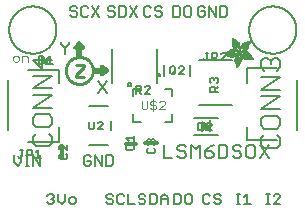
<source format=gbr>
G04 EAGLE Gerber RS-274X export*
G75*
%MOMM*%
%FSLAX34Y34*%
%LPD*%
%INSilkscreen Top*%
%IPPOS*%
%AMOC8*
5,1,8,0,0,1.08239X$1,22.5*%
G01*
%ADD10C,0.152400*%
%ADD11C,0.177800*%
%ADD12C,0.101600*%
%ADD13C,0.254000*%
%ADD14C,0.304800*%
%ADD15C,0.203200*%
%ADD16R,0.127000X0.762000*%
%ADD17C,0.127000*%
%ADD18C,0.076200*%
%ADD19R,0.200000X1.000000*%
%ADD20R,0.034300X0.003800*%
%ADD21R,0.057200X0.003800*%
%ADD22R,0.076200X0.003800*%
%ADD23R,0.091400X0.003800*%
%ADD24R,0.102900X0.003800*%
%ADD25R,0.114300X0.003900*%
%ADD26R,0.129500X0.003800*%
%ADD27R,0.137200X0.003800*%
%ADD28R,0.144800X0.003800*%
%ADD29R,0.152400X0.003800*%
%ADD30R,0.160000X0.003800*%
%ADD31R,0.171500X0.003800*%
%ADD32R,0.175300X0.003800*%
%ADD33R,0.182900X0.003800*%
%ADD34R,0.190500X0.003800*%
%ADD35R,0.194300X0.003900*%
%ADD36R,0.201900X0.003800*%
%ADD37R,0.209500X0.003800*%
%ADD38R,0.213400X0.003800*%
%ADD39R,0.221000X0.003800*%
%ADD40R,0.224800X0.003800*%
%ADD41R,0.232400X0.003800*%
%ADD42R,0.240000X0.003800*%
%ADD43R,0.243800X0.003800*%
%ADD44R,0.247600X0.003800*%
%ADD45R,0.255300X0.003900*%
%ADD46R,0.259100X0.003800*%
%ADD47R,0.262900X0.003800*%
%ADD48R,0.270500X0.003800*%
%ADD49R,0.274300X0.003800*%
%ADD50R,0.281900X0.003800*%
%ADD51R,0.285700X0.003800*%
%ADD52R,0.289500X0.003800*%
%ADD53R,0.297200X0.003800*%
%ADD54R,0.301000X0.003800*%
%ADD55R,0.304800X0.003900*%
%ADD56R,0.312400X0.003800*%
%ADD57R,0.316200X0.003800*%
%ADD58R,0.320000X0.003800*%
%ADD59R,0.327600X0.003800*%
%ADD60R,0.331500X0.003800*%
%ADD61R,0.339100X0.003800*%
%ADD62R,0.342900X0.003800*%
%ADD63R,0.346700X0.003800*%
%ADD64R,0.354300X0.003800*%
%ADD65R,0.358100X0.003900*%
%ADD66R,0.361900X0.003800*%
%ADD67R,0.369600X0.003800*%
%ADD68R,0.373400X0.003800*%
%ADD69R,0.377200X0.003800*%
%ADD70R,0.384800X0.003800*%
%ADD71R,0.388600X0.003800*%
%ADD72R,0.396200X0.003800*%
%ADD73R,0.400000X0.003800*%
%ADD74R,0.403800X0.003800*%
%ADD75R,0.411500X0.003900*%
%ADD76R,0.415300X0.003800*%
%ADD77R,0.419100X0.003800*%
%ADD78R,0.045700X0.003800*%
%ADD79R,0.426700X0.003800*%
%ADD80R,0.072400X0.003800*%
%ADD81R,0.430500X0.003800*%
%ADD82R,0.095300X0.003800*%
%ADD83R,0.438100X0.003800*%
%ADD84R,0.110500X0.003800*%
%ADD85R,0.441900X0.003800*%
%ADD86R,0.445800X0.003800*%
%ADD87R,0.144700X0.003800*%
%ADD88R,0.453400X0.003800*%
%ADD89R,0.457200X0.003800*%
%ADD90R,0.175300X0.003900*%
%ADD91R,0.461000X0.003900*%
%ADD92R,0.468600X0.003800*%
%ADD93R,0.205800X0.003800*%
%ADD94R,0.472400X0.003800*%
%ADD95R,0.217200X0.003800*%
%ADD96R,0.476200X0.003800*%
%ADD97R,0.483900X0.003800*%
%ADD98R,0.247700X0.003800*%
%ADD99R,0.487700X0.003800*%
%ADD100R,0.495300X0.003800*%
%ADD101R,0.499100X0.003800*%
%ADD102R,0.502900X0.003800*%
%ADD103R,0.510500X0.003800*%
%ADD104R,0.308600X0.003900*%
%ADD105R,0.514300X0.003900*%
%ADD106R,0.323800X0.003800*%
%ADD107R,0.518100X0.003800*%
%ADD108R,0.335300X0.003800*%
%ADD109R,0.525800X0.003800*%
%ADD110R,0.529600X0.003800*%
%ADD111R,0.358100X0.003800*%
%ADD112R,0.533400X0.003800*%
%ADD113R,0.537200X0.003800*%
%ADD114R,0.381000X0.003800*%
%ADD115R,0.544800X0.003800*%
%ADD116R,0.392400X0.003800*%
%ADD117R,0.548600X0.003800*%
%ADD118R,0.552400X0.003800*%
%ADD119R,0.556200X0.003800*%
%ADD120R,0.422900X0.003900*%
%ADD121R,0.560100X0.003900*%
%ADD122R,0.434300X0.003800*%
%ADD123R,0.563900X0.003800*%
%ADD124R,0.567700X0.003800*%
%ADD125R,0.461000X0.003800*%
%ADD126R,0.571500X0.003800*%
%ADD127R,0.575300X0.003800*%
%ADD128R,0.480100X0.003800*%
%ADD129R,0.579100X0.003800*%
%ADD130R,0.491500X0.003800*%
%ADD131R,0.582900X0.003800*%
%ADD132R,0.586700X0.003800*%
%ADD133R,0.510600X0.003800*%
%ADD134R,0.590500X0.003800*%
%ADD135R,0.522000X0.003800*%
%ADD136R,0.594300X0.003800*%
%ADD137R,0.533400X0.003900*%
%ADD138R,0.598200X0.003900*%
%ADD139R,0.541000X0.003800*%
%ADD140R,0.602000X0.003800*%
%ADD141R,0.552500X0.003800*%
%ADD142R,0.605800X0.003800*%
%ADD143R,0.560100X0.003800*%
%ADD144R,0.609600X0.003800*%
%ADD145R,0.613400X0.003800*%
%ADD146R,0.583000X0.003800*%
%ADD147R,0.617200X0.003800*%
%ADD148R,0.594400X0.003800*%
%ADD149R,0.621000X0.003800*%
%ADD150R,0.598200X0.003800*%
%ADD151R,0.624800X0.003800*%
%ADD152R,0.613500X0.003900*%
%ADD153R,0.628600X0.003900*%
%ADD154R,0.632400X0.003800*%
%ADD155R,0.628600X0.003800*%
%ADD156R,0.636300X0.003800*%
%ADD157R,0.640100X0.003800*%
%ADD158R,0.636200X0.003800*%
%ADD159R,0.643900X0.003800*%
%ADD160R,0.647700X0.003800*%
%ADD161R,0.651500X0.003800*%
%ADD162R,0.659100X0.003800*%
%ADD163R,0.659100X0.003900*%
%ADD164R,0.655300X0.003900*%
%ADD165R,0.662900X0.003800*%
%ADD166R,0.655300X0.003800*%
%ADD167R,0.670500X0.003800*%
%ADD168R,0.670600X0.003800*%
%ADD169R,0.674400X0.003800*%
%ADD170R,0.682000X0.003800*%
%ADD171R,0.666700X0.003800*%
%ADD172R,0.685800X0.003800*%
%ADD173R,0.689600X0.003800*%
%ADD174R,0.693400X0.003900*%
%ADD175R,0.674400X0.003900*%
%ADD176R,0.697200X0.003800*%
%ADD177R,0.678200X0.003800*%
%ADD178R,0.697300X0.003800*%
%ADD179R,0.701100X0.003800*%
%ADD180R,0.704900X0.003800*%
%ADD181R,0.708700X0.003800*%
%ADD182R,0.712500X0.003800*%
%ADD183R,0.716300X0.003800*%
%ADD184R,0.720100X0.003900*%
%ADD185R,0.689600X0.003900*%
%ADD186R,0.720000X0.003800*%
%ADD187R,0.693400X0.003800*%
%ADD188R,0.723900X0.003800*%
%ADD189R,0.727700X0.003800*%
%ADD190R,0.731500X0.003800*%
%ADD191R,0.701000X0.003800*%
%ADD192R,0.735300X0.003800*%
%ADD193R,0.731500X0.003900*%
%ADD194R,0.701000X0.003900*%
%ADD195R,0.704800X0.003800*%
%ADD196R,0.739100X0.003800*%
%ADD197R,0.743000X0.003800*%
%ADD198R,0.739200X0.003800*%
%ADD199R,0.743000X0.003900*%
%ADD200R,0.704800X0.003900*%
%ADD201R,0.746800X0.003800*%
%ADD202R,0.746800X0.003900*%
%ADD203R,0.742900X0.003800*%
%ADD204R,0.746700X0.003800*%
%ADD205R,0.746700X0.003900*%
%ADD206R,1.428800X0.003800*%
%ADD207R,1.424900X0.003800*%
%ADD208R,1.421100X0.003900*%
%ADD209R,1.421100X0.003800*%
%ADD210R,1.417300X0.003800*%
%ADD211R,1.413500X0.003800*%
%ADD212R,1.409700X0.003800*%
%ADD213R,1.405900X0.003800*%
%ADD214R,1.402100X0.003800*%
%ADD215R,1.398300X0.003800*%
%ADD216R,0.983000X0.003900*%
%ADD217R,0.384800X0.003900*%
%ADD218R,0.971600X0.003800*%
%ADD219R,0.963900X0.003800*%
%ADD220R,0.956300X0.003800*%
%ADD221R,0.365800X0.003800*%
%ADD222R,0.952500X0.003800*%
%ADD223R,0.941000X0.003800*%
%ADD224R,0.358200X0.003800*%
%ADD225R,0.937200X0.003800*%
%ADD226R,0.933400X0.003800*%
%ADD227R,0.354400X0.003800*%
%ADD228R,0.925800X0.003800*%
%ADD229R,0.350500X0.003800*%
%ADD230R,0.922000X0.003800*%
%ADD231R,0.918200X0.003900*%
%ADD232R,0.346700X0.003900*%
%ADD233R,0.910600X0.003800*%
%ADD234R,0.906800X0.003800*%
%ADD235R,0.903000X0.003800*%
%ADD236R,0.339000X0.003800*%
%ADD237R,0.895300X0.003800*%
%ADD238R,0.335200X0.003800*%
%ADD239R,0.887700X0.003800*%
%ADD240R,0.883900X0.003800*%
%ADD241R,0.331400X0.003800*%
%ADD242R,0.880100X0.003800*%
%ADD243R,0.876300X0.003800*%
%ADD244R,0.468600X0.003900*%
%ADD245R,0.396200X0.003900*%
%ADD246R,0.323800X0.003900*%
%ADD247R,0.449600X0.003800*%
%ADD248R,0.323900X0.003800*%
%ADD249R,0.442000X0.003800*%
%ADD250R,0.434400X0.003800*%
%ADD251R,0.320100X0.003800*%
%ADD252R,0.316300X0.003800*%
%ADD253R,0.426800X0.003800*%
%ADD254R,0.327700X0.003800*%
%ADD255R,0.312500X0.003800*%
%ADD256R,0.422900X0.003800*%
%ADD257R,0.308600X0.003800*%
%ADD258R,0.293400X0.003800*%
%ADD259R,0.304800X0.003800*%
%ADD260R,0.419100X0.003900*%
%ADD261R,0.285700X0.003900*%
%ADD262R,0.301000X0.003900*%
%ADD263R,0.411500X0.003800*%
%ADD264R,0.407700X0.003800*%
%ADD265R,0.289600X0.003800*%
%ADD266R,0.285800X0.003800*%
%ADD267R,0.403900X0.003800*%
%ADD268R,0.228600X0.003800*%
%ADD269R,0.403900X0.003900*%
%ADD270R,0.221000X0.003900*%
%ADD271R,0.278100X0.003900*%
%ADD272R,0.400100X0.003800*%
%ADD273R,0.209600X0.003800*%
%ADD274R,0.266700X0.003800*%
%ADD275R,0.038100X0.003800*%
%ADD276R,0.194300X0.003800*%
%ADD277R,0.148600X0.003800*%
%ADD278R,0.259000X0.003800*%
%ADD279R,0.182800X0.003800*%
%ADD280R,0.186700X0.003800*%
%ADD281R,0.251400X0.003800*%
%ADD282R,0.179100X0.003800*%
%ADD283R,0.236200X0.003800*%
%ADD284R,0.243900X0.003900*%
%ADD285R,0.282000X0.003900*%
%ADD286R,0.167700X0.003800*%
%ADD287R,0.236300X0.003800*%
%ADD288R,0.396300X0.003800*%
%ADD289R,0.163900X0.003800*%
%ADD290R,0.392500X0.003800*%
%ADD291R,0.160100X0.003800*%
%ADD292R,0.586800X0.003800*%
%ADD293R,0.148500X0.003800*%
%ADD294R,0.140900X0.003800*%
%ADD295R,0.392400X0.003900*%
%ADD296R,0.140900X0.003900*%
%ADD297R,0.647700X0.003900*%
%ADD298R,0.133300X0.003800*%
%ADD299R,0.674300X0.003800*%
%ADD300R,0.388700X0.003800*%
%ADD301R,0.125700X0.003800*%
%ADD302R,0.121900X0.003800*%
%ADD303R,0.720100X0.003800*%
%ADD304R,0.118100X0.003800*%
%ADD305R,0.118100X0.003900*%
%ADD306R,0.739100X0.003900*%
%ADD307R,0.114300X0.003800*%
%ADD308R,0.754400X0.003800*%
%ADD309R,0.765800X0.003800*%
%ADD310R,0.773400X0.003800*%
%ADD311R,0.784800X0.003800*%
%ADD312R,0.118200X0.003800*%
%ADD313R,0.792500X0.003800*%
%ADD314R,0.803900X0.003800*%
%ADD315R,0.122000X0.003800*%
%ADD316R,0.815400X0.003800*%
%ADD317R,0.125800X0.003800*%
%ADD318R,0.826800X0.003800*%
%ADD319R,0.369500X0.003900*%
%ADD320R,0.133400X0.003900*%
%ADD321R,0.842000X0.003900*%
%ADD322R,0.365700X0.003800*%
%ADD323R,1.009700X0.003800*%
%ADD324R,1.013500X0.003800*%
%ADD325R,0.362000X0.003800*%
%ADD326R,1.024900X0.003800*%
%ADD327R,1.028700X0.003800*%
%ADD328R,1.036300X0.003800*%
%ADD329R,1.047800X0.003800*%
%ADD330R,1.055400X0.003800*%
%ADD331R,1.070600X0.003800*%
%ADD332R,0.030500X0.003800*%
%ADD333R,1.436400X0.003800*%
%ADD334R,1.562100X0.003900*%
%ADD335R,1.588700X0.003800*%
%ADD336R,1.607800X0.003800*%
%ADD337R,1.626900X0.003800*%
%ADD338R,1.642100X0.003800*%
%ADD339R,1.657400X0.003800*%
%ADD340R,1.676400X0.003800*%
%ADD341R,1.687800X0.003800*%
%ADD342R,1.703000X0.003800*%
%ADD343R,1.714500X0.003800*%
%ADD344R,1.726000X0.003900*%
%ADD345R,1.741200X0.003800*%
%ADD346R,0.914400X0.003800*%
%ADD347R,0.769600X0.003800*%
%ADD348R,0.884000X0.003800*%
%ADD349R,0.712400X0.003800*%
%ADD350R,0.880100X0.003900*%
%ADD351R,0.887800X0.003800*%
%ADD352R,0.891600X0.003800*%
%ADD353R,0.895400X0.003800*%
%ADD354R,0.251500X0.003800*%
%ADD355R,0.579200X0.003900*%
%ADD356R,0.243900X0.003800*%
%ADD357R,0.556300X0.003800*%
%ADD358R,0.255200X0.003800*%
%ADD359R,0.529500X0.003800*%
%ADD360R,0.731600X0.003800*%
%ADD361R,0.525800X0.003900*%
%ADD362R,0.281900X0.003900*%
%ADD363R,0.735400X0.003900*%
%ADD364R,0.300900X0.003800*%
%ADD365R,0.762000X0.003800*%
%ADD366R,0.518200X0.003800*%
%ADD367R,0.350600X0.003800*%
%ADD368R,0.796300X0.003800*%
%ADD369R,0.807800X0.003800*%
%ADD370R,0.506700X0.003800*%
%ADD371R,0.849600X0.003800*%
%ADD372R,0.506700X0.003900*%
%ADD373R,1.371600X0.003900*%
%ADD374R,1.207800X0.003800*%
%ADD375R,0.503000X0.003800*%
%ADD376R,0.141000X0.003800*%
%ADD377R,1.203900X0.003800*%
%ADD378R,1.204000X0.003800*%
%ADD379R,1.200200X0.003800*%
%ADD380R,0.499100X0.003900*%
%ADD381R,0.156200X0.003900*%
%ADD382R,1.196400X0.003900*%
%ADD383R,1.196400X0.003800*%
%ADD384R,0.163800X0.003800*%
%ADD385R,0.167600X0.003800*%
%ADD386R,1.192500X0.003800*%
%ADD387R,0.499200X0.003800*%
%ADD388R,1.188700X0.003800*%
%ADD389R,0.506800X0.003800*%
%ADD390R,1.184900X0.003800*%
%ADD391R,0.510600X0.003900*%
%ADD392R,0.209600X0.003900*%
%ADD393R,1.181100X0.003900*%
%ADD394R,0.514400X0.003800*%
%ADD395R,1.181100X0.003800*%
%ADD396R,1.177300X0.003800*%
%ADD397R,0.240100X0.003800*%
%ADD398R,1.173500X0.003800*%
%ADD399R,1.169700X0.003800*%
%ADD400R,1.165900X0.003800*%
%ADD401R,1.162100X0.003800*%
%ADD402R,0.929700X0.003900*%
%ADD403R,1.162100X0.003900*%
%ADD404R,0.929700X0.003800*%
%ADD405R,1.154500X0.003800*%
%ADD406R,0.933500X0.003800*%
%ADD407R,1.150600X0.003800*%
%ADD408R,0.937300X0.003800*%
%ADD409R,1.146800X0.003800*%
%ADD410R,0.941100X0.003800*%
%ADD411R,1.139200X0.003800*%
%ADD412R,0.944900X0.003800*%
%ADD413R,1.135400X0.003800*%
%ADD414R,0.948700X0.003800*%
%ADD415R,1.127800X0.003800*%
%ADD416R,1.124000X0.003800*%
%ADD417R,1.116400X0.003800*%
%ADD418R,0.956300X0.003900*%
%ADD419R,1.104900X0.003900*%
%ADD420R,0.960100X0.003800*%
%ADD421R,1.093500X0.003800*%
%ADD422R,1.085900X0.003800*%
%ADD423R,0.967800X0.003800*%
%ADD424R,1.074500X0.003800*%
%ADD425R,1.063000X0.003800*%
%ADD426R,0.975400X0.003800*%
%ADD427R,1.036400X0.003800*%
%ADD428R,0.979200X0.003800*%
%ADD429R,1.021000X0.003800*%
%ADD430R,0.983000X0.003800*%
%ADD431R,1.009600X0.003800*%
%ADD432R,0.986800X0.003800*%
%ADD433R,0.998200X0.003800*%
%ADD434R,0.990600X0.003900*%
%ADD435R,0.986700X0.003900*%
%ADD436R,0.994400X0.003800*%
%ADD437R,0.975300X0.003800*%
%ADD438R,0.948600X0.003800*%
%ADD439R,1.002000X0.003800*%
%ADD440R,0.213300X0.003800*%
%ADD441R,0.217100X0.003800*%
%ADD442R,1.017300X0.003800*%
%ADD443R,0.666800X0.003800*%
%ADD444R,0.220900X0.003800*%
%ADD445R,1.028700X0.003900*%
%ADD446R,0.224700X0.003900*%
%ADD447R,1.032500X0.003800*%
%ADD448R,1.040100X0.003800*%
%ADD449R,1.043900X0.003800*%
%ADD450R,0.548700X0.003800*%
%ADD451R,1.051500X0.003800*%
%ADD452R,1.055300X0.003800*%
%ADD453R,1.059100X0.003800*%
%ADD454R,1.062900X0.003800*%
%ADD455R,0.255300X0.003800*%
%ADD456R,1.066800X0.003900*%
%ADD457R,0.259100X0.003900*%
%ADD458R,0.457200X0.003900*%
%ADD459R,0.423000X0.003800*%
%ADD460R,1.082100X0.003800*%
%ADD461R,0.274400X0.003800*%
%ADD462R,0.278200X0.003800*%
%ADD463R,1.101100X0.003800*%
%ADD464R,0.278100X0.003800*%
%ADD465R,0.876300X0.003900*%
%ADD466R,0.236200X0.003900*%
%ADD467R,0.289600X0.003900*%
%ADD468R,0.247700X0.003900*%
%ADD469R,0.049500X0.003800*%
%ADD470R,0.640100X0.003900*%
%ADD471R,0.659200X0.003800*%
%ADD472R,0.663000X0.003800*%
%ADD473R,0.872500X0.003900*%
%ADD474R,0.666800X0.003900*%
%ADD475R,0.872500X0.003800*%
%ADD476R,0.868700X0.003800*%
%ADD477R,0.864900X0.003800*%
%ADD478R,0.861100X0.003800*%
%ADD479R,0.857300X0.003800*%
%ADD480R,0.853400X0.003800*%
%ADD481R,0.845800X0.003800*%
%ADD482R,0.682000X0.003900*%
%ADD483R,0.842000X0.003800*%
%ADD484R,0.834400X0.003800*%
%ADD485R,0.823000X0.003800*%
%ADD486R,0.815300X0.003800*%
%ADD487R,0.811500X0.003800*%
%ADD488R,0.788700X0.003800*%
%ADD489R,0.777300X0.003900*%
%ADD490R,0.750600X0.003800*%
%ADD491R,0.735400X0.003800*%
%ADD492R,0.727800X0.003800*%
%ADD493R,0.628700X0.003800*%
%ADD494R,0.575400X0.003800*%
%ADD495R,0.670600X0.003900*%
%ADD496R,0.655400X0.003800*%
%ADD497R,0.651500X0.003900*%
%ADD498R,0.624800X0.003900*%
%ADD499R,0.594400X0.003900*%
%ADD500R,0.563900X0.003900*%
%ADD501R,0.541100X0.003800*%
%ADD502R,0.537300X0.003800*%
%ADD503R,0.525700X0.003800*%
%ADD504R,0.525700X0.003900*%
%ADD505R,0.514300X0.003800*%
%ADD506R,0.480100X0.003900*%
%ADD507R,0.464800X0.003800*%
%ADD508R,0.442000X0.003900*%
%ADD509R,0.438200X0.003800*%
%ADD510R,0.430600X0.003800*%
%ADD511R,0.407600X0.003800*%
%ADD512R,0.403800X0.003900*%
%ADD513R,0.365700X0.003900*%
%ADD514R,0.327700X0.003900*%
%ADD515R,0.243800X0.003900*%
%ADD516R,0.205800X0.003900*%
%ADD517R,0.198100X0.003800*%
%ADD518R,0.163800X0.003900*%
%ADD519R,0.137100X0.003800*%
%ADD520R,0.091500X0.003900*%
%ADD521R,0.060900X0.003800*%

G36*
X83987Y113036D02*
X83987Y113036D01*
X84097Y113043D01*
X84144Y113058D01*
X84193Y113065D01*
X84295Y113107D01*
X84399Y113141D01*
X84441Y113168D01*
X84487Y113186D01*
X84622Y113275D01*
X89702Y117085D01*
X89752Y117133D01*
X89806Y117172D01*
X89849Y117224D01*
X89905Y117276D01*
X89916Y117292D01*
X89930Y117306D01*
X89970Y117371D01*
X90008Y117417D01*
X90034Y117472D01*
X90080Y117541D01*
X90086Y117560D01*
X90096Y117577D01*
X90121Y117656D01*
X90144Y117705D01*
X90154Y117759D01*
X90183Y117842D01*
X90184Y117862D01*
X90190Y117881D01*
X90194Y117969D01*
X90204Y118017D01*
X90201Y118067D01*
X90208Y118159D01*
X90205Y118179D01*
X90205Y118198D01*
X90187Y118289D01*
X90184Y118335D01*
X90170Y118379D01*
X90153Y118473D01*
X90145Y118491D01*
X90141Y118510D01*
X90099Y118596D01*
X90086Y118637D01*
X90062Y118674D01*
X90023Y118763D01*
X90010Y118778D01*
X90002Y118796D01*
X89939Y118869D01*
X89916Y118906D01*
X89884Y118936D01*
X89824Y119011D01*
X89803Y119029D01*
X89795Y119038D01*
X89779Y119049D01*
X89702Y119115D01*
X84622Y122925D01*
X84617Y122928D01*
X84613Y122932D01*
X84576Y122952D01*
X84541Y122981D01*
X84441Y123028D01*
X84345Y123083D01*
X84297Y123096D01*
X84253Y123117D01*
X84145Y123138D01*
X84038Y123167D01*
X83989Y123167D01*
X83941Y123177D01*
X83887Y123173D01*
X83866Y123175D01*
X83860Y123175D01*
X83822Y123170D01*
X83720Y123172D01*
X83672Y123160D01*
X83623Y123157D01*
X83562Y123137D01*
X83544Y123135D01*
X83508Y123121D01*
X83411Y123097D01*
X83367Y123074D01*
X83321Y123059D01*
X83267Y123025D01*
X83249Y123018D01*
X83215Y122993D01*
X83130Y122948D01*
X83094Y122915D01*
X83052Y122889D01*
X83011Y122845D01*
X82991Y122831D01*
X82962Y122795D01*
X82895Y122734D01*
X82868Y122693D01*
X82834Y122657D01*
X82807Y122608D01*
X82789Y122586D01*
X82766Y122539D01*
X82720Y122469D01*
X82704Y122422D01*
X82680Y122379D01*
X82668Y122329D01*
X82653Y122298D01*
X82642Y122240D01*
X82617Y122168D01*
X82613Y122119D01*
X82601Y122071D01*
X82597Y122004D01*
X82593Y121986D01*
X82594Y121968D01*
X82591Y121910D01*
X82591Y120639D01*
X77510Y120639D01*
X77392Y120624D01*
X77273Y120617D01*
X77235Y120604D01*
X77194Y120599D01*
X77084Y120556D01*
X76971Y120519D01*
X76936Y120497D01*
X76899Y120482D01*
X76803Y120413D01*
X76702Y120349D01*
X76674Y120319D01*
X76641Y120296D01*
X76566Y120204D01*
X76484Y120117D01*
X76464Y120082D01*
X76439Y120051D01*
X76388Y119943D01*
X76330Y119839D01*
X76320Y119799D01*
X76303Y119763D01*
X76281Y119646D01*
X76251Y119531D01*
X76247Y119471D01*
X76243Y119451D01*
X76243Y119448D01*
X76244Y119429D01*
X76241Y119370D01*
X76241Y116830D01*
X76256Y116712D01*
X76263Y116593D01*
X76276Y116555D01*
X76281Y116514D01*
X76324Y116404D01*
X76361Y116291D01*
X76383Y116256D01*
X76398Y116219D01*
X76468Y116123D01*
X76531Y116022D01*
X76561Y115994D01*
X76584Y115961D01*
X76676Y115886D01*
X76763Y115804D01*
X76798Y115784D01*
X76829Y115759D01*
X76937Y115708D01*
X77041Y115650D01*
X77081Y115640D01*
X77117Y115623D01*
X77234Y115601D01*
X77349Y115571D01*
X77410Y115567D01*
X77430Y115563D01*
X77450Y115565D01*
X77510Y115561D01*
X82591Y115561D01*
X82591Y114290D01*
X82597Y114241D01*
X82595Y114192D01*
X82617Y114084D01*
X82631Y113974D01*
X82649Y113929D01*
X82659Y113880D01*
X82707Y113781D01*
X82748Y113679D01*
X82777Y113639D01*
X82798Y113594D01*
X82870Y113511D01*
X82934Y113421D01*
X82973Y113390D01*
X83005Y113352D01*
X83095Y113289D01*
X83179Y113219D01*
X83224Y113198D01*
X83265Y113169D01*
X83368Y113130D01*
X83467Y113083D01*
X83516Y113074D01*
X83562Y113056D01*
X83672Y113044D01*
X83780Y113023D01*
X83829Y113026D01*
X83878Y113021D01*
X83987Y113036D01*
G37*
G36*
X66118Y129566D02*
X66118Y129566D01*
X66237Y129573D01*
X66275Y129586D01*
X66316Y129591D01*
X66426Y129634D01*
X66539Y129671D01*
X66574Y129693D01*
X66611Y129708D01*
X66707Y129778D01*
X66808Y129841D01*
X66836Y129871D01*
X66869Y129894D01*
X66945Y129986D01*
X67026Y130073D01*
X67046Y130108D01*
X67071Y130139D01*
X67122Y130247D01*
X67180Y130351D01*
X67190Y130391D01*
X67207Y130427D01*
X67229Y130544D01*
X67259Y130659D01*
X67263Y130720D01*
X67267Y130740D01*
X67265Y130760D01*
X67269Y130820D01*
X67269Y135901D01*
X68540Y135901D01*
X68589Y135907D01*
X68638Y135905D01*
X68746Y135927D01*
X68856Y135941D01*
X68901Y135959D01*
X68950Y135969D01*
X69049Y136017D01*
X69151Y136058D01*
X69191Y136087D01*
X69236Y136108D01*
X69319Y136180D01*
X69409Y136244D01*
X69440Y136283D01*
X69478Y136315D01*
X69541Y136405D01*
X69611Y136489D01*
X69632Y136534D01*
X69661Y136575D01*
X69700Y136678D01*
X69747Y136777D01*
X69756Y136826D01*
X69774Y136872D01*
X69786Y136982D01*
X69807Y137090D01*
X69804Y137139D01*
X69809Y137188D01*
X69794Y137297D01*
X69787Y137407D01*
X69772Y137454D01*
X69765Y137503D01*
X69723Y137605D01*
X69689Y137709D01*
X69662Y137751D01*
X69644Y137797D01*
X69555Y137932D01*
X65745Y143012D01*
X65727Y143031D01*
X65714Y143051D01*
X65641Y143120D01*
X65554Y143215D01*
X65538Y143226D01*
X65524Y143240D01*
X65493Y143259D01*
X65482Y143269D01*
X65427Y143300D01*
X65405Y143313D01*
X65289Y143390D01*
X65270Y143396D01*
X65253Y143406D01*
X65208Y143420D01*
X65204Y143423D01*
X65181Y143429D01*
X65120Y143448D01*
X64988Y143493D01*
X64968Y143494D01*
X64949Y143500D01*
X64867Y143504D01*
X64753Y143511D01*
X64671Y143518D01*
X64651Y143515D01*
X64632Y143515D01*
X64495Y143487D01*
X64415Y143473D01*
X64409Y143473D01*
X64408Y143472D01*
X64357Y143463D01*
X64339Y143455D01*
X64320Y143451D01*
X64195Y143390D01*
X64153Y143371D01*
X64114Y143356D01*
X64106Y143350D01*
X64068Y143333D01*
X64052Y143320D01*
X64034Y143312D01*
X63928Y143221D01*
X63925Y143218D01*
X63856Y143169D01*
X63844Y143154D01*
X63819Y143134D01*
X63801Y143113D01*
X63792Y143105D01*
X63781Y143089D01*
X63715Y143012D01*
X59905Y137932D01*
X59880Y137889D01*
X59849Y137851D01*
X59802Y137751D01*
X59747Y137655D01*
X59734Y137607D01*
X59713Y137563D01*
X59692Y137455D01*
X59663Y137348D01*
X59663Y137299D01*
X59653Y137251D01*
X59660Y137141D01*
X59658Y137030D01*
X59670Y136982D01*
X59673Y136933D01*
X59707Y136829D01*
X59733Y136721D01*
X59756Y136677D01*
X59771Y136631D01*
X59830Y136538D01*
X59882Y136440D01*
X59915Y136404D01*
X59941Y136362D01*
X60022Y136286D01*
X60096Y136205D01*
X60137Y136178D01*
X60173Y136144D01*
X60269Y136091D01*
X60361Y136030D01*
X60408Y136014D01*
X60451Y135990D01*
X60558Y135963D01*
X60662Y135927D01*
X60711Y135923D01*
X60759Y135911D01*
X60920Y135901D01*
X62191Y135901D01*
X62191Y130820D01*
X62206Y130702D01*
X62213Y130583D01*
X62226Y130545D01*
X62231Y130504D01*
X62274Y130394D01*
X62311Y130281D01*
X62333Y130246D01*
X62348Y130209D01*
X62418Y130113D01*
X62481Y130012D01*
X62511Y129984D01*
X62534Y129951D01*
X62626Y129876D01*
X62713Y129794D01*
X62748Y129774D01*
X62779Y129749D01*
X62887Y129698D01*
X62991Y129640D01*
X63031Y129630D01*
X63067Y129613D01*
X63184Y129591D01*
X63299Y129561D01*
X63360Y129557D01*
X63380Y129553D01*
X63400Y129555D01*
X63460Y129551D01*
X66000Y129551D01*
X66118Y129566D01*
G37*
G36*
X170003Y67859D02*
X170003Y67859D01*
X170074Y67857D01*
X170144Y67876D01*
X170215Y67884D01*
X170270Y67909D01*
X170349Y67929D01*
X170452Y67990D01*
X170521Y68021D01*
X173521Y70021D01*
X173608Y70098D01*
X173698Y70171D01*
X173713Y70193D01*
X173733Y70211D01*
X173795Y70308D01*
X173862Y70403D01*
X173870Y70429D01*
X173885Y70451D01*
X173917Y70562D01*
X173955Y70672D01*
X173956Y70699D01*
X173963Y70724D01*
X173963Y70840D01*
X173969Y70956D01*
X173963Y70982D01*
X173963Y71009D01*
X173931Y71120D01*
X173905Y71233D01*
X173892Y71256D01*
X173884Y71282D01*
X173822Y71380D01*
X173766Y71481D01*
X173748Y71497D01*
X173733Y71522D01*
X173525Y71707D01*
X173521Y71711D01*
X170521Y73711D01*
X170457Y73742D01*
X170397Y73782D01*
X170329Y73803D01*
X170265Y73834D01*
X170194Y73846D01*
X170126Y73867D01*
X170055Y73869D01*
X169985Y73881D01*
X169913Y73873D01*
X169842Y73875D01*
X169773Y73857D01*
X169702Y73848D01*
X169636Y73821D01*
X169567Y73803D01*
X169506Y73766D01*
X169440Y73739D01*
X169384Y73694D01*
X169322Y73658D01*
X169273Y73606D01*
X169218Y73561D01*
X169177Y73503D01*
X169128Y73450D01*
X169095Y73387D01*
X169054Y73329D01*
X169031Y73261D01*
X168998Y73197D01*
X168988Y73138D01*
X168961Y73060D01*
X168955Y72941D01*
X168943Y72866D01*
X168943Y68866D01*
X168953Y68795D01*
X168953Y68723D01*
X168973Y68655D01*
X168983Y68585D01*
X169012Y68519D01*
X169032Y68450D01*
X169070Y68390D01*
X169099Y68325D01*
X169145Y68270D01*
X169183Y68210D01*
X169237Y68162D01*
X169283Y68108D01*
X169342Y68068D01*
X169396Y68021D01*
X169460Y67990D01*
X169519Y67951D01*
X169588Y67929D01*
X169652Y67898D01*
X169722Y67886D01*
X169790Y67865D01*
X169862Y67863D01*
X169933Y67851D01*
X170003Y67859D01*
G37*
G36*
X37348Y122433D02*
X37348Y122433D01*
X37377Y122430D01*
X37469Y122450D01*
X37562Y122463D01*
X37589Y122476D01*
X37618Y122482D01*
X37698Y122530D01*
X37782Y122572D01*
X37803Y122593D01*
X37829Y122608D01*
X37890Y122680D01*
X37956Y122746D01*
X37969Y122772D01*
X37989Y122795D01*
X38024Y122882D01*
X38066Y122966D01*
X38070Y122996D01*
X38081Y123023D01*
X38099Y123190D01*
X38099Y128270D01*
X38094Y128299D01*
X38097Y128329D01*
X38075Y128420D01*
X38060Y128513D01*
X38046Y128539D01*
X38039Y128568D01*
X37988Y128647D01*
X37944Y128730D01*
X37923Y128751D01*
X37907Y128776D01*
X37834Y128835D01*
X37766Y128900D01*
X37739Y128912D01*
X37716Y128931D01*
X37628Y128964D01*
X37543Y129003D01*
X37513Y129006D01*
X37486Y129017D01*
X37392Y129020D01*
X37299Y129030D01*
X37269Y129024D01*
X37240Y129025D01*
X37150Y128998D01*
X37058Y128978D01*
X37033Y128963D01*
X37004Y128954D01*
X36862Y128864D01*
X33687Y126324D01*
X33618Y126247D01*
X33545Y126174D01*
X33536Y126157D01*
X33523Y126142D01*
X33481Y126046D01*
X33435Y125954D01*
X33433Y125934D01*
X33425Y125916D01*
X33416Y125813D01*
X33402Y125710D01*
X33406Y125691D01*
X33404Y125671D01*
X33429Y125570D01*
X33448Y125468D01*
X33458Y125451D01*
X33462Y125432D01*
X33518Y125345D01*
X33569Y125254D01*
X33586Y125237D01*
X33594Y125224D01*
X33619Y125204D01*
X33687Y125136D01*
X36862Y122596D01*
X36888Y122581D01*
X36910Y122561D01*
X36995Y122521D01*
X37077Y122475D01*
X37106Y122469D01*
X37133Y122457D01*
X37226Y122447D01*
X37318Y122429D01*
X37348Y122433D01*
G37*
D10*
X9878Y46235D02*
X9878Y40473D01*
X12760Y37592D01*
X15641Y40473D01*
X15641Y46235D01*
X19234Y37592D02*
X22115Y37592D01*
X20674Y37592D02*
X20674Y46235D01*
X19234Y46235D02*
X22115Y46235D01*
X25470Y46235D02*
X25470Y37592D01*
X31233Y37592D02*
X25470Y46235D01*
X31233Y46235D02*
X31233Y37592D01*
X38970Y13660D02*
X37529Y12219D01*
X38970Y13660D02*
X41851Y13660D01*
X43291Y12219D01*
X43291Y10779D01*
X41851Y9338D01*
X40410Y9338D01*
X41851Y9338D02*
X43291Y7898D01*
X43291Y6457D01*
X41851Y5017D01*
X38970Y5017D01*
X37529Y6457D01*
X46884Y7898D02*
X46884Y13660D01*
X46884Y7898D02*
X49766Y5017D01*
X52647Y7898D01*
X52647Y13660D01*
X57680Y5017D02*
X60561Y5017D01*
X62002Y6457D01*
X62002Y9338D01*
X60561Y10779D01*
X57680Y10779D01*
X56240Y9338D01*
X56240Y6457D01*
X57680Y5017D01*
X74406Y44795D02*
X72966Y46235D01*
X70085Y46235D01*
X68644Y44795D01*
X68644Y39033D01*
X70085Y37592D01*
X72966Y37592D01*
X74406Y39033D01*
X74406Y41914D01*
X71525Y41914D01*
X77999Y46235D02*
X77999Y37592D01*
X83762Y37592D02*
X77999Y46235D01*
X83762Y46235D02*
X83762Y37592D01*
X87355Y37592D02*
X87355Y46235D01*
X87355Y37592D02*
X91676Y37592D01*
X93117Y39033D01*
X93117Y44795D01*
X91676Y46235D01*
X87355Y46235D01*
X92016Y13660D02*
X93456Y12219D01*
X92016Y13660D02*
X89135Y13660D01*
X87694Y12219D01*
X87694Y10779D01*
X89135Y9338D01*
X92016Y9338D01*
X93456Y7898D01*
X93456Y6457D01*
X92016Y5017D01*
X89135Y5017D01*
X87694Y6457D01*
X101371Y13660D02*
X102812Y12219D01*
X101371Y13660D02*
X98490Y13660D01*
X97049Y12219D01*
X97049Y6457D01*
X98490Y5017D01*
X101371Y5017D01*
X102812Y6457D01*
X106405Y5017D02*
X106405Y13660D01*
X106405Y5017D02*
X112167Y5017D01*
X120761Y12219D02*
X119321Y13660D01*
X116440Y13660D01*
X114999Y12219D01*
X114999Y10779D01*
X116440Y9338D01*
X119321Y9338D01*
X120761Y7898D01*
X120761Y6457D01*
X119321Y5017D01*
X116440Y5017D01*
X114999Y6457D01*
X124354Y5017D02*
X124354Y13660D01*
X124354Y5017D02*
X128676Y5017D01*
X130117Y6457D01*
X130117Y12219D01*
X128676Y13660D01*
X124354Y13660D01*
X133710Y10779D02*
X133710Y5017D01*
X133710Y10779D02*
X136591Y13660D01*
X139472Y10779D01*
X139472Y5017D01*
X139472Y9338D02*
X133710Y9338D01*
X145204Y13660D02*
X145204Y5017D01*
X149526Y5017D01*
X150966Y6457D01*
X150966Y12219D01*
X149526Y13660D01*
X145204Y13660D01*
X156000Y13660D02*
X158881Y13660D01*
X156000Y13660D02*
X154559Y12219D01*
X154559Y6457D01*
X156000Y5017D01*
X158881Y5017D01*
X160321Y6457D01*
X160321Y12219D01*
X158881Y13660D01*
D11*
X136104Y44196D02*
X136104Y55127D01*
X136104Y44196D02*
X143392Y44196D01*
X153264Y55127D02*
X155086Y53305D01*
X153264Y55127D02*
X149620Y55127D01*
X147798Y53305D01*
X147798Y51484D01*
X149620Y49662D01*
X153264Y49662D01*
X155086Y47840D01*
X155086Y46018D01*
X153264Y44196D01*
X149620Y44196D01*
X147798Y46018D01*
X159492Y44196D02*
X159492Y55127D01*
X163136Y51484D01*
X166780Y55127D01*
X166780Y44196D01*
X174830Y53305D02*
X178473Y55127D01*
X174830Y53305D02*
X171186Y49662D01*
X171186Y46018D01*
X173008Y44196D01*
X176652Y44196D01*
X178473Y46018D01*
X178473Y47840D01*
X176652Y49662D01*
X171186Y49662D01*
X182880Y55127D02*
X182880Y44196D01*
X188346Y44196D01*
X190167Y46018D01*
X190167Y53305D01*
X188346Y55127D01*
X182880Y55127D01*
X200040Y55127D02*
X201861Y53305D01*
X200040Y55127D02*
X196396Y55127D01*
X194574Y53305D01*
X194574Y51484D01*
X196396Y49662D01*
X200040Y49662D01*
X201861Y47840D01*
X201861Y46018D01*
X200040Y44196D01*
X196396Y44196D01*
X194574Y46018D01*
X208090Y55127D02*
X211734Y55127D01*
X208090Y55127D02*
X206268Y53305D01*
X206268Y46018D01*
X208090Y44196D01*
X211734Y44196D01*
X213555Y46018D01*
X213555Y53305D01*
X211734Y55127D01*
X217962Y55127D02*
X225249Y44196D01*
X217962Y44196D02*
X225249Y55127D01*
D12*
X12322Y125603D02*
X9949Y125603D01*
X12322Y125603D02*
X13508Y126789D01*
X13508Y129162D01*
X12322Y130348D01*
X9949Y130348D01*
X8763Y129162D01*
X8763Y126789D01*
X9949Y125603D01*
X16247Y125603D02*
X16247Y130348D01*
X19806Y130348D01*
X20993Y129162D01*
X20993Y125603D01*
D10*
X173783Y13660D02*
X175223Y12219D01*
X173783Y13660D02*
X170901Y13660D01*
X169461Y12219D01*
X169461Y6457D01*
X170901Y5017D01*
X173783Y5017D01*
X175223Y6457D01*
X183138Y13660D02*
X184578Y12219D01*
X183138Y13660D02*
X180257Y13660D01*
X178816Y12219D01*
X178816Y10779D01*
X180257Y9338D01*
X183138Y9338D01*
X184578Y7898D01*
X184578Y6457D01*
X183138Y5017D01*
X180257Y5017D01*
X178816Y6457D01*
X197944Y5017D02*
X200825Y5017D01*
X199385Y5017D02*
X199385Y13660D01*
X200825Y13660D02*
X197944Y13660D01*
X204181Y10779D02*
X207062Y13660D01*
X207062Y5017D01*
X204181Y5017D02*
X209943Y5017D01*
X144442Y163767D02*
X144442Y172410D01*
X144442Y163767D02*
X148764Y163767D01*
X150204Y165207D01*
X150204Y170969D01*
X148764Y172410D01*
X144442Y172410D01*
X155238Y172410D02*
X158119Y172410D01*
X155238Y172410D02*
X153797Y170969D01*
X153797Y165207D01*
X155238Y163767D01*
X158119Y163767D01*
X159559Y165207D01*
X159559Y170969D01*
X158119Y172410D01*
X62976Y170969D02*
X61536Y172410D01*
X58655Y172410D01*
X57214Y170969D01*
X57214Y169529D01*
X58655Y168088D01*
X61536Y168088D01*
X62976Y166648D01*
X62976Y165207D01*
X61536Y163767D01*
X58655Y163767D01*
X57214Y165207D01*
X70891Y172410D02*
X72332Y170969D01*
X70891Y172410D02*
X68010Y172410D01*
X66569Y170969D01*
X66569Y165207D01*
X68010Y163767D01*
X70891Y163767D01*
X72332Y165207D01*
X75925Y172410D02*
X81687Y163767D01*
X75925Y163767D02*
X81687Y172410D01*
X93159Y172410D02*
X94599Y170969D01*
X93159Y172410D02*
X90278Y172410D01*
X88837Y170969D01*
X88837Y169529D01*
X90278Y168088D01*
X93159Y168088D01*
X94599Y166648D01*
X94599Y165207D01*
X93159Y163767D01*
X90278Y163767D01*
X88837Y165207D01*
X98192Y163767D02*
X98192Y172410D01*
X98192Y163767D02*
X102514Y163767D01*
X103955Y165207D01*
X103955Y170969D01*
X102514Y172410D01*
X98192Y172410D01*
X107548Y172410D02*
X113310Y163767D01*
X107548Y163767D02*
X113310Y172410D01*
X123745Y172410D02*
X125185Y170969D01*
X123745Y172410D02*
X120863Y172410D01*
X119423Y170969D01*
X119423Y165207D01*
X120863Y163767D01*
X123745Y163767D01*
X125185Y165207D01*
X133100Y172410D02*
X134540Y170969D01*
X133100Y172410D02*
X130219Y172410D01*
X128778Y170969D01*
X128778Y169529D01*
X130219Y168088D01*
X133100Y168088D01*
X134540Y166648D01*
X134540Y165207D01*
X133100Y163767D01*
X130219Y163767D01*
X128778Y165207D01*
X223090Y5017D02*
X225971Y5017D01*
X224531Y5017D02*
X224531Y13660D01*
X225971Y13660D02*
X223090Y13660D01*
X229327Y5017D02*
X235089Y5017D01*
X229327Y5017D02*
X235089Y10779D01*
X235089Y12219D01*
X233648Y13660D01*
X230767Y13660D01*
X229327Y12219D01*
D11*
X49109Y140818D02*
X49109Y142640D01*
X49109Y140818D02*
X52753Y137175D01*
X56397Y140818D01*
X56397Y142640D01*
X52753Y137175D02*
X52753Y131709D01*
X80675Y109600D02*
X87963Y98669D01*
X80675Y98669D02*
X87963Y109600D01*
D13*
X68785Y123189D02*
X62006Y123189D01*
X68785Y123189D02*
X68785Y121494D01*
X62006Y114715D01*
X62006Y113020D01*
X68785Y113020D01*
X64810Y106670D02*
X65086Y106673D01*
X65362Y106683D01*
X65638Y106700D01*
X65913Y106723D01*
X66188Y106753D01*
X66462Y106790D01*
X66734Y106833D01*
X67006Y106883D01*
X67276Y106939D01*
X67545Y107002D01*
X67813Y107071D01*
X68078Y107147D01*
X68342Y107229D01*
X68604Y107318D01*
X68863Y107413D01*
X69120Y107514D01*
X69375Y107621D01*
X69627Y107734D01*
X69876Y107854D01*
X70122Y107979D01*
X70365Y108111D01*
X70605Y108248D01*
X70841Y108391D01*
X71074Y108539D01*
X71303Y108693D01*
X71528Y108853D01*
X71750Y109018D01*
X71967Y109188D01*
X72181Y109364D01*
X72389Y109545D01*
X72594Y109730D01*
X72794Y109921D01*
X72989Y110116D01*
X73180Y110316D01*
X73365Y110521D01*
X73546Y110729D01*
X73722Y110943D01*
X73892Y111160D01*
X74057Y111382D01*
X74217Y111607D01*
X74371Y111836D01*
X74519Y112069D01*
X74662Y112305D01*
X74799Y112545D01*
X74931Y112788D01*
X75056Y113034D01*
X75176Y113283D01*
X75289Y113535D01*
X75396Y113790D01*
X75497Y114047D01*
X75592Y114306D01*
X75681Y114568D01*
X75763Y114832D01*
X75839Y115097D01*
X75908Y115365D01*
X75971Y115634D01*
X76027Y115904D01*
X76077Y116176D01*
X76120Y116448D01*
X76157Y116722D01*
X76187Y116997D01*
X76210Y117272D01*
X76227Y117548D01*
X76237Y117824D01*
X76240Y118100D01*
X64810Y106670D02*
X64534Y106673D01*
X64258Y106683D01*
X63982Y106700D01*
X63707Y106723D01*
X63432Y106753D01*
X63158Y106790D01*
X62886Y106833D01*
X62614Y106883D01*
X62344Y106939D01*
X62075Y107002D01*
X61807Y107071D01*
X61542Y107147D01*
X61278Y107229D01*
X61016Y107318D01*
X60757Y107413D01*
X60500Y107514D01*
X60245Y107621D01*
X59993Y107734D01*
X59744Y107854D01*
X59498Y107979D01*
X59255Y108111D01*
X59015Y108248D01*
X58779Y108391D01*
X58546Y108539D01*
X58317Y108693D01*
X58092Y108853D01*
X57870Y109018D01*
X57653Y109188D01*
X57439Y109364D01*
X57231Y109545D01*
X57026Y109730D01*
X56826Y109921D01*
X56631Y110116D01*
X56440Y110316D01*
X56255Y110521D01*
X56074Y110729D01*
X55898Y110943D01*
X55728Y111160D01*
X55563Y111382D01*
X55403Y111607D01*
X55249Y111836D01*
X55101Y112069D01*
X54958Y112305D01*
X54821Y112545D01*
X54689Y112788D01*
X54564Y113034D01*
X54444Y113283D01*
X54331Y113535D01*
X54224Y113790D01*
X54123Y114047D01*
X54028Y114306D01*
X53939Y114568D01*
X53857Y114832D01*
X53781Y115097D01*
X53712Y115365D01*
X53649Y115634D01*
X53593Y115904D01*
X53543Y116176D01*
X53500Y116448D01*
X53463Y116722D01*
X53433Y116997D01*
X53410Y117272D01*
X53393Y117548D01*
X53383Y117824D01*
X53380Y118100D01*
X53383Y118376D01*
X53393Y118652D01*
X53410Y118928D01*
X53433Y119203D01*
X53463Y119478D01*
X53500Y119752D01*
X53543Y120024D01*
X53593Y120296D01*
X53649Y120566D01*
X53712Y120835D01*
X53781Y121103D01*
X53857Y121368D01*
X53939Y121632D01*
X54028Y121894D01*
X54123Y122153D01*
X54224Y122410D01*
X54331Y122665D01*
X54444Y122917D01*
X54564Y123166D01*
X54689Y123412D01*
X54821Y123655D01*
X54958Y123895D01*
X55101Y124131D01*
X55249Y124364D01*
X55403Y124593D01*
X55563Y124818D01*
X55728Y125040D01*
X55898Y125257D01*
X56074Y125471D01*
X56255Y125679D01*
X56440Y125884D01*
X56631Y126084D01*
X56826Y126279D01*
X57026Y126470D01*
X57231Y126655D01*
X57439Y126836D01*
X57653Y127012D01*
X57870Y127182D01*
X58092Y127347D01*
X58317Y127507D01*
X58546Y127661D01*
X58779Y127809D01*
X59015Y127952D01*
X59255Y128089D01*
X59498Y128221D01*
X59744Y128346D01*
X59993Y128466D01*
X60245Y128579D01*
X60500Y128686D01*
X60757Y128787D01*
X61016Y128882D01*
X61278Y128971D01*
X61542Y129053D01*
X61807Y129129D01*
X62075Y129198D01*
X62344Y129261D01*
X62614Y129317D01*
X62886Y129367D01*
X63158Y129410D01*
X63432Y129447D01*
X63707Y129477D01*
X63982Y129500D01*
X64258Y129517D01*
X64534Y129527D01*
X64810Y129530D01*
X65083Y129532D01*
X65357Y129527D01*
X65630Y129515D01*
X65902Y129496D01*
X66175Y129471D01*
X66446Y129439D01*
X66717Y129401D01*
X66986Y129356D01*
X67255Y129305D01*
X67522Y129247D01*
X67788Y129182D01*
X68052Y129111D01*
X68314Y129034D01*
X68574Y128950D01*
X68832Y128860D01*
X69088Y128764D01*
X69341Y128662D01*
X69592Y128553D01*
X69841Y128439D01*
X70086Y128318D01*
X70328Y128192D01*
X70567Y128059D01*
X70803Y127921D01*
X71036Y127777D01*
X71264Y127628D01*
X71490Y127473D01*
X71711Y127312D01*
X71928Y127146D01*
X72142Y126975D01*
X72351Y126799D01*
X72555Y126618D01*
X72755Y126432D01*
X72951Y126241D01*
X73142Y126045D01*
X73328Y125845D01*
X73509Y125641D01*
X73685Y125432D01*
X73856Y125218D01*
X74022Y125001D01*
X74183Y124780D01*
X74338Y124554D01*
X74487Y124326D01*
X74631Y124093D01*
X74769Y123857D01*
X74902Y123618D01*
X75028Y123376D01*
X75149Y123131D01*
X75263Y122882D01*
X75372Y122631D01*
X75474Y122378D01*
X75570Y122122D01*
X75660Y121864D01*
X75744Y121604D01*
X75821Y121342D01*
X75892Y121078D01*
X75957Y120812D01*
X76015Y120545D01*
X76066Y120276D01*
X76111Y120007D01*
X76149Y119736D01*
X76181Y119465D01*
X76206Y119192D01*
X76225Y118920D01*
X76237Y118647D01*
X76242Y118373D01*
X76240Y118100D01*
D10*
X169486Y172410D02*
X170926Y170969D01*
X169486Y172410D02*
X166605Y172410D01*
X165164Y170969D01*
X165164Y165207D01*
X166605Y163767D01*
X169486Y163767D01*
X170926Y165207D01*
X170926Y168088D01*
X168045Y168088D01*
X174519Y163767D02*
X174519Y172410D01*
X180282Y163767D01*
X180282Y172410D01*
X183875Y172410D02*
X183875Y163767D01*
X188196Y163767D01*
X189637Y165207D01*
X189637Y170969D01*
X188196Y172410D01*
X183875Y172410D01*
D14*
X50165Y53975D02*
X50165Y43815D01*
D10*
X47873Y46612D02*
X48975Y47713D01*
X47873Y46612D02*
X47873Y44409D01*
X48975Y43307D01*
X53381Y43307D01*
X54483Y44409D01*
X54483Y46612D01*
X53381Y47713D01*
X54483Y50791D02*
X54483Y55198D01*
X50077Y55198D02*
X54483Y50791D01*
X50077Y55198D02*
X48975Y55198D01*
X47873Y54096D01*
X47873Y51893D01*
X48975Y50791D01*
D15*
X73280Y88255D02*
X89280Y88255D01*
X89280Y55255D02*
X73280Y55255D01*
X91780Y67755D02*
X91780Y75755D01*
D10*
X72694Y74809D02*
X72694Y69301D01*
X73795Y68199D01*
X75999Y68199D01*
X77100Y69301D01*
X77100Y74809D01*
X80178Y68199D02*
X84584Y68199D01*
X80178Y68199D02*
X84584Y72605D01*
X84584Y73707D01*
X83483Y74809D01*
X81279Y74809D01*
X80178Y73707D01*
D14*
X120142Y57023D02*
X130302Y57023D01*
D10*
X123270Y52303D02*
X122168Y51202D01*
X122168Y48998D01*
X123270Y47897D01*
X127676Y47897D01*
X128778Y48998D01*
X128778Y51202D01*
X127676Y52303D01*
X123270Y55381D02*
X122168Y56482D01*
X122168Y58686D01*
X123270Y59787D01*
X124372Y59787D01*
X125473Y58686D01*
X125473Y57584D01*
X125473Y58686D02*
X126575Y59787D01*
X127676Y59787D01*
X128778Y58686D01*
X128778Y56482D01*
X127676Y55381D01*
D14*
X112585Y56261D02*
X104585Y56261D01*
D10*
X105363Y55351D02*
X104261Y54250D01*
X104261Y52046D01*
X105363Y50945D01*
X109769Y50945D01*
X110871Y52046D01*
X110871Y54250D01*
X109769Y55351D01*
X106465Y58429D02*
X104261Y60632D01*
X110871Y60632D01*
X110871Y58429D02*
X110871Y62835D01*
D15*
X165832Y126696D02*
X193832Y126696D01*
X193832Y88696D02*
X165832Y88696D01*
D10*
X175510Y100078D02*
X182120Y100078D01*
X175510Y100078D02*
X175510Y103383D01*
X176612Y104484D01*
X178815Y104484D01*
X179917Y103383D01*
X179917Y100078D01*
X179917Y102281D02*
X182120Y104484D01*
X176612Y107562D02*
X175510Y108664D01*
X175510Y110867D01*
X176612Y111969D01*
X177714Y111969D01*
X178815Y110867D01*
X178815Y109765D01*
X178815Y110867D02*
X179917Y111969D01*
X181018Y111969D01*
X182120Y110867D01*
X182120Y108664D01*
X181018Y107562D01*
D15*
X136320Y113610D02*
X136320Y122610D01*
X158320Y122610D02*
X158320Y113610D01*
X131320Y114610D02*
X131322Y114673D01*
X131328Y114735D01*
X131338Y114797D01*
X131351Y114859D01*
X131369Y114919D01*
X131390Y114978D01*
X131415Y115036D01*
X131444Y115092D01*
X131476Y115146D01*
X131511Y115198D01*
X131549Y115247D01*
X131591Y115295D01*
X131635Y115339D01*
X131683Y115381D01*
X131732Y115419D01*
X131784Y115454D01*
X131838Y115486D01*
X131894Y115515D01*
X131952Y115540D01*
X132011Y115561D01*
X132071Y115579D01*
X132133Y115592D01*
X132195Y115602D01*
X132257Y115608D01*
X132320Y115610D01*
X132383Y115608D01*
X132445Y115602D01*
X132507Y115592D01*
X132569Y115579D01*
X132629Y115561D01*
X132688Y115540D01*
X132746Y115515D01*
X132802Y115486D01*
X132856Y115454D01*
X132908Y115419D01*
X132957Y115381D01*
X133005Y115339D01*
X133049Y115295D01*
X133091Y115247D01*
X133129Y115198D01*
X133164Y115146D01*
X133196Y115092D01*
X133225Y115036D01*
X133250Y114978D01*
X133271Y114919D01*
X133289Y114859D01*
X133302Y114797D01*
X133312Y114735D01*
X133318Y114673D01*
X133320Y114610D01*
X133318Y114547D01*
X133312Y114485D01*
X133302Y114423D01*
X133289Y114361D01*
X133271Y114301D01*
X133250Y114242D01*
X133225Y114184D01*
X133196Y114128D01*
X133164Y114074D01*
X133129Y114022D01*
X133091Y113973D01*
X133049Y113925D01*
X133005Y113881D01*
X132957Y113839D01*
X132908Y113801D01*
X132856Y113766D01*
X132802Y113734D01*
X132746Y113705D01*
X132688Y113680D01*
X132629Y113659D01*
X132569Y113641D01*
X132507Y113628D01*
X132445Y113618D01*
X132383Y113612D01*
X132320Y113610D01*
X132257Y113612D01*
X132195Y113618D01*
X132133Y113628D01*
X132071Y113641D01*
X132011Y113659D01*
X131952Y113680D01*
X131894Y113705D01*
X131838Y113734D01*
X131784Y113766D01*
X131732Y113801D01*
X131683Y113839D01*
X131635Y113881D01*
X131591Y113925D01*
X131549Y113973D01*
X131511Y114022D01*
X131476Y114074D01*
X131444Y114128D01*
X131415Y114184D01*
X131390Y114242D01*
X131369Y114301D01*
X131351Y114361D01*
X131338Y114423D01*
X131328Y114485D01*
X131322Y114547D01*
X131320Y114610D01*
D10*
X141732Y116164D02*
X141732Y120570D01*
X142834Y121672D01*
X145037Y121672D01*
X146138Y120570D01*
X146138Y116164D01*
X145037Y115062D01*
X142834Y115062D01*
X141732Y116164D01*
X143935Y117265D02*
X146138Y115062D01*
X149216Y115062D02*
X153623Y115062D01*
X153623Y119468D02*
X149216Y115062D01*
X153623Y119468D02*
X153623Y120570D01*
X152521Y121672D01*
X150318Y121672D01*
X149216Y120570D01*
D15*
X5400Y152400D02*
X5406Y152891D01*
X5424Y153381D01*
X5454Y153871D01*
X5496Y154360D01*
X5550Y154848D01*
X5616Y155335D01*
X5694Y155819D01*
X5784Y156302D01*
X5886Y156782D01*
X5999Y157260D01*
X6124Y157734D01*
X6261Y158206D01*
X6409Y158674D01*
X6569Y159138D01*
X6740Y159598D01*
X6922Y160054D01*
X7116Y160505D01*
X7320Y160951D01*
X7536Y161392D01*
X7762Y161828D01*
X7998Y162258D01*
X8245Y162682D01*
X8503Y163100D01*
X8771Y163511D01*
X9048Y163916D01*
X9336Y164314D01*
X9633Y164705D01*
X9940Y165088D01*
X10256Y165463D01*
X10581Y165831D01*
X10915Y166191D01*
X11258Y166542D01*
X11609Y166885D01*
X11969Y167219D01*
X12337Y167544D01*
X12712Y167860D01*
X13095Y168167D01*
X13486Y168464D01*
X13884Y168752D01*
X14289Y169029D01*
X14700Y169297D01*
X15118Y169555D01*
X15542Y169802D01*
X15972Y170038D01*
X16408Y170264D01*
X16849Y170480D01*
X17295Y170684D01*
X17746Y170878D01*
X18202Y171060D01*
X18662Y171231D01*
X19126Y171391D01*
X19594Y171539D01*
X20066Y171676D01*
X20540Y171801D01*
X21018Y171914D01*
X21498Y172016D01*
X21981Y172106D01*
X22465Y172184D01*
X22952Y172250D01*
X23440Y172304D01*
X23929Y172346D01*
X24419Y172376D01*
X24909Y172394D01*
X25400Y172400D01*
X25891Y172394D01*
X26381Y172376D01*
X26871Y172346D01*
X27360Y172304D01*
X27848Y172250D01*
X28335Y172184D01*
X28819Y172106D01*
X29302Y172016D01*
X29782Y171914D01*
X30260Y171801D01*
X30734Y171676D01*
X31206Y171539D01*
X31674Y171391D01*
X32138Y171231D01*
X32598Y171060D01*
X33054Y170878D01*
X33505Y170684D01*
X33951Y170480D01*
X34392Y170264D01*
X34828Y170038D01*
X35258Y169802D01*
X35682Y169555D01*
X36100Y169297D01*
X36511Y169029D01*
X36916Y168752D01*
X37314Y168464D01*
X37705Y168167D01*
X38088Y167860D01*
X38463Y167544D01*
X38831Y167219D01*
X39191Y166885D01*
X39542Y166542D01*
X39885Y166191D01*
X40219Y165831D01*
X40544Y165463D01*
X40860Y165088D01*
X41167Y164705D01*
X41464Y164314D01*
X41752Y163916D01*
X42029Y163511D01*
X42297Y163100D01*
X42555Y162682D01*
X42802Y162258D01*
X43038Y161828D01*
X43264Y161392D01*
X43480Y160951D01*
X43684Y160505D01*
X43878Y160054D01*
X44060Y159598D01*
X44231Y159138D01*
X44391Y158674D01*
X44539Y158206D01*
X44676Y157734D01*
X44801Y157260D01*
X44914Y156782D01*
X45016Y156302D01*
X45106Y155819D01*
X45184Y155335D01*
X45250Y154848D01*
X45304Y154360D01*
X45346Y153871D01*
X45376Y153381D01*
X45394Y152891D01*
X45400Y152400D01*
X45394Y151909D01*
X45376Y151419D01*
X45346Y150929D01*
X45304Y150440D01*
X45250Y149952D01*
X45184Y149465D01*
X45106Y148981D01*
X45016Y148498D01*
X44914Y148018D01*
X44801Y147540D01*
X44676Y147066D01*
X44539Y146594D01*
X44391Y146126D01*
X44231Y145662D01*
X44060Y145202D01*
X43878Y144746D01*
X43684Y144295D01*
X43480Y143849D01*
X43264Y143408D01*
X43038Y142972D01*
X42802Y142542D01*
X42555Y142118D01*
X42297Y141700D01*
X42029Y141289D01*
X41752Y140884D01*
X41464Y140486D01*
X41167Y140095D01*
X40860Y139712D01*
X40544Y139337D01*
X40219Y138969D01*
X39885Y138609D01*
X39542Y138258D01*
X39191Y137915D01*
X38831Y137581D01*
X38463Y137256D01*
X38088Y136940D01*
X37705Y136633D01*
X37314Y136336D01*
X36916Y136048D01*
X36511Y135771D01*
X36100Y135503D01*
X35682Y135245D01*
X35258Y134998D01*
X34828Y134762D01*
X34392Y134536D01*
X33951Y134320D01*
X33505Y134116D01*
X33054Y133922D01*
X32598Y133740D01*
X32138Y133569D01*
X31674Y133409D01*
X31206Y133261D01*
X30734Y133124D01*
X30260Y132999D01*
X29782Y132886D01*
X29302Y132784D01*
X28819Y132694D01*
X28335Y132616D01*
X27848Y132550D01*
X27360Y132496D01*
X26871Y132454D01*
X26381Y132424D01*
X25891Y132406D01*
X25400Y132400D01*
X24909Y132406D01*
X24419Y132424D01*
X23929Y132454D01*
X23440Y132496D01*
X22952Y132550D01*
X22465Y132616D01*
X21981Y132694D01*
X21498Y132784D01*
X21018Y132886D01*
X20540Y132999D01*
X20066Y133124D01*
X19594Y133261D01*
X19126Y133409D01*
X18662Y133569D01*
X18202Y133740D01*
X17746Y133922D01*
X17295Y134116D01*
X16849Y134320D01*
X16408Y134536D01*
X15972Y134762D01*
X15542Y134998D01*
X15118Y135245D01*
X14700Y135503D01*
X14289Y135771D01*
X13884Y136048D01*
X13486Y136336D01*
X13095Y136633D01*
X12712Y136940D01*
X12337Y137256D01*
X11969Y137581D01*
X11609Y137915D01*
X11258Y138258D01*
X10915Y138609D01*
X10581Y138969D01*
X10256Y139337D01*
X9940Y139712D01*
X9633Y140095D01*
X9336Y140486D01*
X9048Y140884D01*
X8771Y141289D01*
X8503Y141700D01*
X8245Y142118D01*
X7998Y142542D01*
X7762Y142972D01*
X7536Y143408D01*
X7320Y143849D01*
X7116Y144295D01*
X6922Y144746D01*
X6740Y145202D01*
X6569Y145662D01*
X6409Y146126D01*
X6261Y146594D01*
X6124Y147066D01*
X5999Y147540D01*
X5886Y148018D01*
X5784Y148498D01*
X5694Y148981D01*
X5616Y149465D01*
X5550Y149952D01*
X5496Y150440D01*
X5454Y150929D01*
X5424Y151419D01*
X5406Y151909D01*
X5400Y152400D01*
X208600Y152400D02*
X208606Y152891D01*
X208624Y153381D01*
X208654Y153871D01*
X208696Y154360D01*
X208750Y154848D01*
X208816Y155335D01*
X208894Y155819D01*
X208984Y156302D01*
X209086Y156782D01*
X209199Y157260D01*
X209324Y157734D01*
X209461Y158206D01*
X209609Y158674D01*
X209769Y159138D01*
X209940Y159598D01*
X210122Y160054D01*
X210316Y160505D01*
X210520Y160951D01*
X210736Y161392D01*
X210962Y161828D01*
X211198Y162258D01*
X211445Y162682D01*
X211703Y163100D01*
X211971Y163511D01*
X212248Y163916D01*
X212536Y164314D01*
X212833Y164705D01*
X213140Y165088D01*
X213456Y165463D01*
X213781Y165831D01*
X214115Y166191D01*
X214458Y166542D01*
X214809Y166885D01*
X215169Y167219D01*
X215537Y167544D01*
X215912Y167860D01*
X216295Y168167D01*
X216686Y168464D01*
X217084Y168752D01*
X217489Y169029D01*
X217900Y169297D01*
X218318Y169555D01*
X218742Y169802D01*
X219172Y170038D01*
X219608Y170264D01*
X220049Y170480D01*
X220495Y170684D01*
X220946Y170878D01*
X221402Y171060D01*
X221862Y171231D01*
X222326Y171391D01*
X222794Y171539D01*
X223266Y171676D01*
X223740Y171801D01*
X224218Y171914D01*
X224698Y172016D01*
X225181Y172106D01*
X225665Y172184D01*
X226152Y172250D01*
X226640Y172304D01*
X227129Y172346D01*
X227619Y172376D01*
X228109Y172394D01*
X228600Y172400D01*
X229091Y172394D01*
X229581Y172376D01*
X230071Y172346D01*
X230560Y172304D01*
X231048Y172250D01*
X231535Y172184D01*
X232019Y172106D01*
X232502Y172016D01*
X232982Y171914D01*
X233460Y171801D01*
X233934Y171676D01*
X234406Y171539D01*
X234874Y171391D01*
X235338Y171231D01*
X235798Y171060D01*
X236254Y170878D01*
X236705Y170684D01*
X237151Y170480D01*
X237592Y170264D01*
X238028Y170038D01*
X238458Y169802D01*
X238882Y169555D01*
X239300Y169297D01*
X239711Y169029D01*
X240116Y168752D01*
X240514Y168464D01*
X240905Y168167D01*
X241288Y167860D01*
X241663Y167544D01*
X242031Y167219D01*
X242391Y166885D01*
X242742Y166542D01*
X243085Y166191D01*
X243419Y165831D01*
X243744Y165463D01*
X244060Y165088D01*
X244367Y164705D01*
X244664Y164314D01*
X244952Y163916D01*
X245229Y163511D01*
X245497Y163100D01*
X245755Y162682D01*
X246002Y162258D01*
X246238Y161828D01*
X246464Y161392D01*
X246680Y160951D01*
X246884Y160505D01*
X247078Y160054D01*
X247260Y159598D01*
X247431Y159138D01*
X247591Y158674D01*
X247739Y158206D01*
X247876Y157734D01*
X248001Y157260D01*
X248114Y156782D01*
X248216Y156302D01*
X248306Y155819D01*
X248384Y155335D01*
X248450Y154848D01*
X248504Y154360D01*
X248546Y153871D01*
X248576Y153381D01*
X248594Y152891D01*
X248600Y152400D01*
X248594Y151909D01*
X248576Y151419D01*
X248546Y150929D01*
X248504Y150440D01*
X248450Y149952D01*
X248384Y149465D01*
X248306Y148981D01*
X248216Y148498D01*
X248114Y148018D01*
X248001Y147540D01*
X247876Y147066D01*
X247739Y146594D01*
X247591Y146126D01*
X247431Y145662D01*
X247260Y145202D01*
X247078Y144746D01*
X246884Y144295D01*
X246680Y143849D01*
X246464Y143408D01*
X246238Y142972D01*
X246002Y142542D01*
X245755Y142118D01*
X245497Y141700D01*
X245229Y141289D01*
X244952Y140884D01*
X244664Y140486D01*
X244367Y140095D01*
X244060Y139712D01*
X243744Y139337D01*
X243419Y138969D01*
X243085Y138609D01*
X242742Y138258D01*
X242391Y137915D01*
X242031Y137581D01*
X241663Y137256D01*
X241288Y136940D01*
X240905Y136633D01*
X240514Y136336D01*
X240116Y136048D01*
X239711Y135771D01*
X239300Y135503D01*
X238882Y135245D01*
X238458Y134998D01*
X238028Y134762D01*
X237592Y134536D01*
X237151Y134320D01*
X236705Y134116D01*
X236254Y133922D01*
X235798Y133740D01*
X235338Y133569D01*
X234874Y133409D01*
X234406Y133261D01*
X233934Y133124D01*
X233460Y132999D01*
X232982Y132886D01*
X232502Y132784D01*
X232019Y132694D01*
X231535Y132616D01*
X231048Y132550D01*
X230560Y132496D01*
X230071Y132454D01*
X229581Y132424D01*
X229091Y132406D01*
X228600Y132400D01*
X228109Y132406D01*
X227619Y132424D01*
X227129Y132454D01*
X226640Y132496D01*
X226152Y132550D01*
X225665Y132616D01*
X225181Y132694D01*
X224698Y132784D01*
X224218Y132886D01*
X223740Y132999D01*
X223266Y133124D01*
X222794Y133261D01*
X222326Y133409D01*
X221862Y133569D01*
X221402Y133740D01*
X220946Y133922D01*
X220495Y134116D01*
X220049Y134320D01*
X219608Y134536D01*
X219172Y134762D01*
X218742Y134998D01*
X218318Y135245D01*
X217900Y135503D01*
X217489Y135771D01*
X217084Y136048D01*
X216686Y136336D01*
X216295Y136633D01*
X215912Y136940D01*
X215537Y137256D01*
X215169Y137581D01*
X214809Y137915D01*
X214458Y138258D01*
X214115Y138609D01*
X213781Y138969D01*
X213456Y139337D01*
X213140Y139712D01*
X212833Y140095D01*
X212536Y140486D01*
X212248Y140884D01*
X211971Y141289D01*
X211703Y141700D01*
X211445Y142118D01*
X211198Y142542D01*
X210962Y142972D01*
X210736Y143408D01*
X210520Y143849D01*
X210316Y144295D01*
X210122Y144746D01*
X209940Y145202D01*
X209769Y145662D01*
X209609Y146126D01*
X209461Y146594D01*
X209324Y147066D01*
X209199Y147540D01*
X209086Y148018D01*
X208984Y148498D01*
X208894Y148981D01*
X208816Y149465D01*
X208750Y149952D01*
X208696Y150440D01*
X208654Y150929D01*
X208624Y151419D01*
X208606Y151909D01*
X208600Y152400D01*
D10*
X206460Y58900D02*
X232460Y58900D01*
X206460Y58900D02*
X206460Y69900D01*
X206460Y107900D02*
X206460Y119900D01*
X232460Y119900D01*
X249460Y109900D02*
X249460Y67900D01*
X221320Y63399D02*
X218608Y60687D01*
X218608Y55264D01*
X221320Y52552D01*
X232166Y52552D01*
X234878Y55264D01*
X234878Y60687D01*
X232166Y63399D01*
X218608Y71635D02*
X218608Y77059D01*
X218608Y71635D02*
X221320Y68924D01*
X232166Y68924D01*
X234878Y71635D01*
X234878Y77059D01*
X232166Y79770D01*
X221320Y79770D01*
X218608Y77059D01*
X218608Y85295D02*
X234878Y85295D01*
X234878Y96142D02*
X218608Y85295D01*
X218608Y96142D02*
X234878Y96142D01*
X234878Y101667D02*
X218608Y101667D01*
X234878Y112513D01*
X218608Y112513D01*
X221320Y118038D02*
X218608Y120750D01*
X218608Y126173D01*
X221320Y128885D01*
X224031Y128885D01*
X226743Y126173D01*
X226743Y123462D01*
X226743Y126173D02*
X229455Y128885D01*
X232166Y128885D01*
X234878Y126173D01*
X234878Y120750D01*
X232166Y118038D01*
X47540Y118900D02*
X21540Y118900D01*
X47540Y118900D02*
X47540Y107900D01*
X47540Y69900D02*
X47540Y57900D01*
X21540Y57900D01*
X4540Y67900D02*
X4540Y109900D01*
X28170Y64651D02*
X25458Y61939D01*
X25458Y56516D01*
X28170Y53804D01*
X39016Y53804D01*
X41728Y56516D01*
X41728Y61939D01*
X39016Y64651D01*
X25458Y72887D02*
X25458Y78311D01*
X25458Y72887D02*
X28170Y70176D01*
X39016Y70176D01*
X41728Y72887D01*
X41728Y78311D01*
X39016Y81022D01*
X28170Y81022D01*
X25458Y78311D01*
X25458Y86547D02*
X41728Y86547D01*
X41728Y97394D02*
X25458Y86547D01*
X25458Y97394D02*
X41728Y97394D01*
X41728Y102919D02*
X25458Y102919D01*
X41728Y113765D01*
X25458Y113765D01*
X25458Y127425D02*
X41728Y127425D01*
X33593Y119290D02*
X25458Y127425D01*
X33593Y130137D02*
X33593Y119290D01*
D16*
X33528Y125730D03*
D10*
X30244Y123444D02*
X30244Y130054D01*
X30244Y123444D02*
X33549Y123444D01*
X34650Y124546D01*
X34650Y128952D01*
X33549Y130054D01*
X30244Y130054D01*
X37728Y127850D02*
X39931Y130054D01*
X39931Y123444D01*
X37728Y123444D02*
X42134Y123444D01*
D17*
X110490Y102870D02*
X116840Y102870D01*
X110490Y102870D02*
X110490Y96520D01*
X137160Y102870D02*
X143510Y102870D01*
X143510Y96520D01*
X143510Y74930D02*
X137160Y74930D01*
X143510Y74930D02*
X143510Y81280D01*
X110490Y81280D02*
X110490Y74930D01*
X116840Y74930D01*
D10*
X106172Y104902D02*
X106172Y107614D01*
X108884Y107614D01*
X108884Y104902D01*
X106172Y104902D01*
D18*
X117541Y92603D02*
X117541Y86460D01*
X118770Y85231D01*
X121227Y85231D01*
X122456Y86460D01*
X122456Y92603D01*
X125025Y86460D02*
X126254Y85231D01*
X128711Y85231D01*
X129940Y86460D01*
X129940Y87688D01*
X128711Y88917D01*
X126254Y88917D01*
X125025Y90146D01*
X125025Y91375D01*
X126254Y92603D01*
X128711Y92603D01*
X129940Y91375D01*
X127483Y93832D02*
X127483Y84002D01*
X132509Y85231D02*
X137424Y85231D01*
X132509Y85231D02*
X137424Y90146D01*
X137424Y91375D01*
X136195Y92603D01*
X133738Y92603D01*
X132509Y91375D01*
D15*
X161958Y63866D02*
X181958Y63866D01*
X181958Y77866D02*
X161958Y77866D01*
X168458Y66866D02*
X174458Y70866D01*
X168458Y66866D02*
X168458Y74866D01*
X174458Y70866D01*
D19*
X175458Y70866D03*
D10*
X164942Y74080D02*
X164942Y67470D01*
X168247Y67470D01*
X169348Y68572D01*
X169348Y72978D01*
X168247Y74080D01*
X164942Y74080D01*
X172426Y67470D02*
X176832Y67470D01*
X172426Y67470D02*
X176832Y71876D01*
X176832Y72978D01*
X175731Y74080D01*
X173527Y74080D01*
X172426Y72978D01*
D20*
X195022Y144780D03*
D21*
X195021Y144742D03*
D22*
X195040Y144704D03*
D23*
X195040Y144666D03*
D24*
X195022Y144628D03*
D25*
X195041Y144590D03*
D26*
X195041Y144551D03*
D27*
X195040Y144513D03*
D28*
X195040Y144475D03*
D29*
X195078Y144437D03*
D30*
X195078Y144399D03*
D31*
X195098Y144361D03*
D32*
X195117Y144323D03*
D33*
X195117Y144285D03*
D34*
X195155Y144247D03*
D35*
X195174Y144209D03*
D36*
X195174Y144170D03*
D37*
X195212Y144132D03*
D38*
X195231Y144094D03*
D39*
X195269Y144056D03*
D40*
X195288Y144018D03*
D41*
X195288Y143980D03*
D42*
X195326Y143942D03*
D43*
X195345Y143904D03*
D44*
X195364Y143866D03*
D45*
X195403Y143828D03*
D46*
X195422Y143789D03*
D47*
X195441Y143751D03*
D48*
X195479Y143713D03*
D49*
X195498Y143675D03*
D50*
X195536Y143637D03*
D51*
X195555Y143599D03*
D52*
X195574Y143561D03*
D53*
X195612Y143523D03*
D54*
X195631Y143485D03*
D55*
X195650Y143447D03*
D56*
X195688Y143408D03*
D57*
X195707Y143370D03*
D58*
X195726Y143332D03*
D59*
X195764Y143294D03*
D60*
X195784Y143256D03*
D61*
X195822Y143218D03*
D62*
X195841Y143180D03*
D63*
X195860Y143142D03*
D64*
X195898Y143104D03*
D65*
X195917Y143066D03*
D66*
X195936Y143027D03*
D67*
X195974Y142989D03*
D68*
X195993Y142951D03*
D69*
X196012Y142913D03*
D70*
X196050Y142875D03*
D71*
X196069Y142837D03*
D72*
X196107Y142799D03*
D73*
X196126Y142761D03*
D74*
X196145Y142723D03*
D75*
X196184Y142685D03*
D76*
X196203Y142646D03*
D77*
X196222Y142608D03*
D78*
X208985Y142570D03*
D79*
X196260Y142570D03*
D80*
X208966Y142532D03*
D81*
X196279Y142532D03*
D82*
X208928Y142494D03*
D83*
X196317Y142494D03*
D84*
X208890Y142456D03*
D85*
X196336Y142456D03*
D26*
X208871Y142418D03*
D86*
X196355Y142418D03*
D87*
X208833Y142380D03*
D88*
X196393Y142380D03*
D30*
X208794Y142342D03*
D89*
X196412Y142342D03*
D90*
X208757Y142304D03*
D91*
X196431Y142304D03*
D34*
X208719Y142265D03*
D92*
X196469Y142265D03*
D93*
X208680Y142227D03*
D94*
X196488Y142227D03*
D95*
X208623Y142189D03*
D96*
X196507Y142189D03*
D41*
X208585Y142151D03*
D97*
X196546Y142151D03*
D98*
X208547Y142113D03*
D99*
X196565Y142113D03*
D46*
X208490Y142075D03*
D100*
X196603Y142075D03*
D49*
X208452Y142037D03*
D101*
X196622Y142037D03*
D51*
X208395Y141999D03*
D102*
X196641Y141999D03*
D53*
X208337Y141961D03*
D103*
X196679Y141961D03*
D104*
X208280Y141923D03*
D105*
X196698Y141923D03*
D106*
X208242Y141884D03*
D107*
X196717Y141884D03*
D108*
X208185Y141846D03*
D109*
X196755Y141846D03*
D63*
X208128Y141808D03*
D110*
X196774Y141808D03*
D111*
X208071Y141770D03*
D112*
X196793Y141770D03*
D67*
X208013Y141732D03*
D113*
X196812Y141732D03*
D114*
X207956Y141694D03*
D115*
X196850Y141694D03*
D116*
X207899Y141656D03*
D117*
X196869Y141656D03*
D74*
X207842Y141618D03*
D118*
X196888Y141618D03*
D76*
X207785Y141580D03*
D119*
X196907Y141580D03*
D120*
X207709Y141542D03*
D121*
X196927Y141542D03*
D122*
X207652Y141503D03*
D123*
X196946Y141503D03*
D86*
X207594Y141465D03*
D124*
X196965Y141465D03*
D125*
X207518Y141427D03*
D126*
X196984Y141427D03*
D94*
X207461Y141389D03*
D127*
X197003Y141389D03*
D128*
X207385Y141351D03*
D129*
X197022Y141351D03*
D130*
X207328Y141313D03*
D131*
X197041Y141313D03*
D102*
X207271Y141275D03*
D132*
X197060Y141275D03*
D133*
X207194Y141237D03*
D134*
X197079Y141237D03*
D135*
X207137Y141199D03*
D136*
X197098Y141199D03*
D137*
X207080Y141161D03*
D138*
X197117Y141161D03*
D139*
X207004Y141122D03*
D140*
X197136Y141122D03*
D141*
X206947Y141084D03*
D142*
X197155Y141084D03*
D143*
X206909Y141046D03*
D142*
X197155Y141046D03*
D126*
X206852Y141008D03*
D144*
X197174Y141008D03*
D127*
X206795Y140970D03*
D145*
X197193Y140970D03*
D146*
X206756Y140932D03*
D147*
X197212Y140932D03*
D148*
X206699Y140894D03*
D149*
X197231Y140894D03*
D150*
X206642Y140856D03*
D149*
X197231Y140856D03*
D142*
X206604Y140818D03*
D151*
X197250Y140818D03*
D152*
X206566Y140780D03*
D153*
X197269Y140780D03*
D145*
X206527Y140741D03*
D154*
X197288Y140741D03*
D149*
X206489Y140703D03*
D154*
X197288Y140703D03*
D155*
X206451Y140665D03*
D156*
X197308Y140665D03*
D154*
X206394Y140627D03*
D157*
X197327Y140627D03*
D158*
X206375Y140589D03*
D159*
X197346Y140589D03*
X206337Y140551D03*
X197346Y140551D03*
D160*
X206280Y140513D03*
X197365Y140513D03*
D161*
X206261Y140475D03*
X197384Y140475D03*
D162*
X206223Y140437D03*
D161*
X197384Y140437D03*
D163*
X206185Y140399D03*
D164*
X197403Y140399D03*
D165*
X206166Y140360D03*
D166*
X197403Y140360D03*
D167*
X206128Y140322D03*
D162*
X197422Y140322D03*
D168*
X206089Y140284D03*
D165*
X197441Y140284D03*
D169*
X206070Y140246D03*
D165*
X197441Y140246D03*
D170*
X206032Y140208D03*
D171*
X197460Y140208D03*
D170*
X205994Y140170D03*
D171*
X197460Y140170D03*
D172*
X205975Y140132D03*
D167*
X197479Y140132D03*
D173*
X205956Y140094D03*
D167*
X197479Y140094D03*
D173*
X205918Y140056D03*
D169*
X197498Y140056D03*
D174*
X205899Y140018D03*
D175*
X197498Y140018D03*
D176*
X205880Y139979D03*
D177*
X197517Y139979D03*
D178*
X205842Y139941D03*
D177*
X197517Y139941D03*
D179*
X205823Y139903D03*
D177*
X197517Y139903D03*
D180*
X205804Y139865D03*
D170*
X197536Y139865D03*
D180*
X205766Y139827D03*
D170*
X197536Y139827D03*
D181*
X205747Y139789D03*
D172*
X197555Y139789D03*
D182*
X205728Y139751D03*
D172*
X197555Y139751D03*
D182*
X205690Y139713D03*
D172*
X197555Y139713D03*
D183*
X205671Y139675D03*
D173*
X197574Y139675D03*
D184*
X205652Y139637D03*
D185*
X197574Y139637D03*
D186*
X205613Y139598D03*
D187*
X197593Y139598D03*
D188*
X205594Y139560D03*
D187*
X197593Y139560D03*
D188*
X205594Y139522D03*
D187*
X197593Y139522D03*
D188*
X205556Y139484D03*
D187*
X197593Y139484D03*
D189*
X205537Y139446D03*
D176*
X197612Y139446D03*
D190*
X205518Y139408D03*
D176*
X197612Y139408D03*
D189*
X205499Y139370D03*
D176*
X197612Y139370D03*
D190*
X205480Y139332D03*
D191*
X197631Y139332D03*
D192*
X205461Y139294D03*
D191*
X197631Y139294D03*
D193*
X205442Y139256D03*
D194*
X197631Y139256D03*
D192*
X205423Y139217D03*
D191*
X197631Y139217D03*
D192*
X205423Y139179D03*
D195*
X197650Y139179D03*
D192*
X205385Y139141D03*
D191*
X197669Y139141D03*
D196*
X205366Y139103D03*
D191*
X197669Y139103D03*
D196*
X205366Y139065D03*
D191*
X197669Y139065D03*
D196*
X205328Y139027D03*
D191*
X197669Y139027D03*
D196*
X205328Y138989D03*
D191*
X197669Y138989D03*
D197*
X205308Y138951D03*
D195*
X197688Y138951D03*
D198*
X205289Y138913D03*
D195*
X197688Y138913D03*
D199*
X205270Y138875D03*
D200*
X197688Y138875D03*
D197*
X205270Y138836D03*
D195*
X197688Y138836D03*
D197*
X205232Y138798D03*
D195*
X197688Y138798D03*
D197*
X205232Y138760D03*
D195*
X197688Y138760D03*
D197*
X205232Y138722D03*
D195*
X197688Y138722D03*
D197*
X205194Y138684D03*
D191*
X197707Y138684D03*
D197*
X205194Y138646D03*
D191*
X197707Y138646D03*
D201*
X205175Y138608D03*
D191*
X197707Y138608D03*
D197*
X205156Y138570D03*
D191*
X197707Y138570D03*
D197*
X205156Y138532D03*
D191*
X197707Y138532D03*
D202*
X205137Y138494D03*
D194*
X197707Y138494D03*
D203*
X205118Y138455D03*
D191*
X197707Y138455D03*
D203*
X205118Y138417D03*
D176*
X197726Y138417D03*
D204*
X205099Y138379D03*
D176*
X197726Y138379D03*
D203*
X205080Y138341D03*
D176*
X197726Y138341D03*
D203*
X205080Y138303D03*
D176*
X197726Y138303D03*
D203*
X205080Y138265D03*
D176*
X197726Y138265D03*
D204*
X205061Y138227D03*
D187*
X197745Y138227D03*
D203*
X205042Y138189D03*
D187*
X197745Y138189D03*
D203*
X205042Y138151D03*
D187*
X197745Y138151D03*
D205*
X205023Y138113D03*
D174*
X197745Y138113D03*
D203*
X205004Y138074D03*
D173*
X197764Y138074D03*
D203*
X205004Y138036D03*
D173*
X197764Y138036D03*
D204*
X204985Y137998D03*
D173*
X197764Y137998D03*
D203*
X204966Y137960D03*
D173*
X197764Y137960D03*
D203*
X204966Y137922D03*
D172*
X197783Y137922D03*
D203*
X204966Y137884D03*
D172*
X197783Y137884D03*
D206*
X201498Y137846D03*
X201498Y137808D03*
D207*
X201518Y137770D03*
D208*
X201499Y137732D03*
D209*
X201499Y137693D03*
D210*
X201518Y137655D03*
D211*
X201499Y137617D03*
X201499Y137579D03*
D212*
X201518Y137541D03*
D213*
X201499Y137503D03*
X201499Y137465D03*
D214*
X201518Y137427D03*
D215*
X201499Y137389D03*
D216*
X203575Y137351D03*
D217*
X196469Y137351D03*
D218*
X203632Y137312D03*
D69*
X196431Y137312D03*
D219*
X203632Y137274D03*
D68*
X196412Y137274D03*
D220*
X203670Y137236D03*
D221*
X196412Y137236D03*
D222*
X203689Y137198D03*
D221*
X196412Y137198D03*
D223*
X203708Y137160D03*
D224*
X196412Y137160D03*
D225*
X203727Y137122D03*
D224*
X196412Y137122D03*
D226*
X203746Y137084D03*
D227*
X196431Y137084D03*
D228*
X203746Y137046D03*
D229*
X196412Y137046D03*
D230*
X203765Y137008D03*
D63*
X196431Y137008D03*
D231*
X203784Y136970D03*
D232*
X196431Y136970D03*
D233*
X203784Y136931D03*
D62*
X196450Y136931D03*
D234*
X203803Y136893D03*
D62*
X196450Y136893D03*
D235*
X203822Y136855D03*
D236*
X196469Y136855D03*
D237*
X203823Y136817D03*
D236*
X196469Y136817D03*
D237*
X203823Y136779D03*
D238*
X196488Y136779D03*
D239*
X203823Y136741D03*
D238*
X196488Y136741D03*
D240*
X203842Y136703D03*
D241*
X196507Y136703D03*
D242*
X203861Y136665D03*
D59*
X196526Y136665D03*
D243*
X203842Y136627D03*
D59*
X196526Y136627D03*
D244*
X205880Y136589D03*
D245*
X201479Y136589D03*
D246*
X196545Y136589D03*
D247*
X205937Y136550D03*
D67*
X201384Y136550D03*
D248*
X196584Y136550D03*
D249*
X205975Y136512D03*
D111*
X201327Y136512D03*
D248*
X196584Y136512D03*
D250*
X205975Y136474D03*
D63*
X201308Y136474D03*
D251*
X196603Y136474D03*
D250*
X205975Y136436D03*
D108*
X201289Y136436D03*
D252*
X196622Y136436D03*
D253*
X205975Y136398D03*
D254*
X201251Y136398D03*
D255*
X196641Y136398D03*
D253*
X205975Y136360D03*
D252*
X201232Y136360D03*
D255*
X196641Y136360D03*
D256*
X205956Y136322D03*
D257*
X201193Y136322D03*
D255*
X196679Y136322D03*
D256*
X205956Y136284D03*
D54*
X201193Y136284D03*
D257*
X196698Y136284D03*
D77*
X205937Y136246D03*
D258*
X201155Y136246D03*
D259*
X196717Y136246D03*
D260*
X205937Y136208D03*
D261*
X201156Y136208D03*
D262*
X196736Y136208D03*
D76*
X205918Y136169D03*
D49*
X201137Y136169D03*
D54*
X196774Y136169D03*
D76*
X205918Y136131D03*
D48*
X201118Y136131D03*
D53*
X196793Y136131D03*
D263*
X205899Y136093D03*
D47*
X201118Y136093D03*
D258*
X196812Y136093D03*
D263*
X205899Y136055D03*
D46*
X201099Y136055D03*
D258*
X196850Y136055D03*
D264*
X205880Y136017D03*
D44*
X201079Y136017D03*
D265*
X196869Y136017D03*
D264*
X205842Y135979D03*
D43*
X201060Y135979D03*
D266*
X196888Y135979D03*
D264*
X205842Y135941D03*
D42*
X201041Y135941D03*
D266*
X196926Y135941D03*
D267*
X205823Y135903D03*
D41*
X201041Y135903D03*
D50*
X196946Y135903D03*
D264*
X205804Y135865D03*
D268*
X201022Y135865D03*
D50*
X196984Y135865D03*
D269*
X205785Y135827D03*
D270*
X201022Y135827D03*
D271*
X197003Y135827D03*
D272*
X205766Y135788D03*
D95*
X201003Y135788D03*
D48*
X197041Y135788D03*
D267*
X205747Y135750D03*
D273*
X201003Y135750D03*
D48*
X197079Y135750D03*
D272*
X205728Y135712D03*
D93*
X200984Y135712D03*
D274*
X197098Y135712D03*
D275*
X194622Y135712D03*
D73*
X205689Y135674D03*
D36*
X200965Y135674D03*
D47*
X197155Y135674D03*
D84*
X194603Y135674D03*
D73*
X205689Y135636D03*
D276*
X200965Y135636D03*
D46*
X197174Y135636D03*
D277*
X194602Y135636D03*
D73*
X205651Y135598D03*
D34*
X200946Y135598D03*
D278*
X197212Y135598D03*
D279*
X194583Y135598D03*
D72*
X205632Y135560D03*
D280*
X200927Y135560D03*
D281*
X197250Y135560D03*
D38*
X194583Y135560D03*
D72*
X205594Y135522D03*
D282*
X200927Y135522D03*
D281*
X197288Y135522D03*
D283*
X194583Y135522D03*
D73*
X205575Y135484D03*
D282*
X200927Y135484D03*
D43*
X197326Y135484D03*
D278*
X194583Y135484D03*
D245*
X205556Y135446D03*
D90*
X200908Y135446D03*
D284*
X197365Y135446D03*
D285*
X194583Y135446D03*
D72*
X205518Y135407D03*
D286*
X200908Y135407D03*
D287*
X197403Y135407D03*
D54*
X194564Y135407D03*
D288*
X205480Y135369D03*
D289*
X200889Y135369D03*
D287*
X197441Y135369D03*
D58*
X194583Y135369D03*
D290*
X205461Y135331D03*
D291*
X200870Y135331D03*
D268*
X197479Y135331D03*
D62*
X194584Y135331D03*
D288*
X205442Y135293D03*
D291*
X200870Y135293D03*
D292*
X195726Y135293D03*
D288*
X205404Y135255D03*
D29*
X200870Y135255D03*
D150*
X195707Y135255D03*
D290*
X205385Y135217D03*
D293*
X200851Y135217D03*
D142*
X195669Y135217D03*
D116*
X205346Y135179D03*
D293*
X200851Y135179D03*
D149*
X195631Y135179D03*
D116*
X205308Y135141D03*
D87*
X200832Y135141D03*
D151*
X195612Y135141D03*
D116*
X205270Y135103D03*
D294*
X200813Y135103D03*
D156*
X195593Y135103D03*
D295*
X205232Y135065D03*
D296*
X200813Y135065D03*
D297*
X195574Y135065D03*
D71*
X205213Y135026D03*
D298*
X200813Y135026D03*
D166*
X195536Y135026D03*
D71*
X205175Y134988D03*
D298*
X200813Y134988D03*
D171*
X195517Y134988D03*
D71*
X205137Y134950D03*
D26*
X200794Y134950D03*
D299*
X195517Y134950D03*
D71*
X205099Y134912D03*
D26*
X200794Y134912D03*
D172*
X195497Y134912D03*
D300*
X205061Y134874D03*
D301*
X200775Y134874D03*
D187*
X195459Y134874D03*
D300*
X205023Y134836D03*
D301*
X200775Y134836D03*
D179*
X195460Y134836D03*
D71*
X204984Y134798D03*
D302*
X200756Y134798D03*
D182*
X195441Y134798D03*
D70*
X204927Y134760D03*
D302*
X200756Y134760D03*
D303*
X195441Y134760D03*
D70*
X204889Y134722D03*
D304*
X200737Y134722D03*
D189*
X195441Y134722D03*
D217*
X204851Y134684D03*
D305*
X200737Y134684D03*
D306*
X195422Y134684D03*
D70*
X204813Y134645D03*
D307*
X200718Y134645D03*
D201*
X195421Y134645D03*
D114*
X204756Y134607D03*
D304*
X200699Y134607D03*
D308*
X195421Y134607D03*
D114*
X204718Y134569D03*
D304*
X200699Y134569D03*
D309*
X195402Y134569D03*
D114*
X204641Y134531D03*
D304*
X200699Y134531D03*
D310*
X195402Y134531D03*
D114*
X204603Y134493D03*
D307*
X200680Y134493D03*
D311*
X195383Y134493D03*
D69*
X204546Y134455D03*
D312*
X200660Y134455D03*
D313*
X195384Y134455D03*
D68*
X204489Y134417D03*
D312*
X200660Y134417D03*
D314*
X195403Y134417D03*
D68*
X204413Y134379D03*
D315*
X200641Y134379D03*
D316*
X195383Y134379D03*
D68*
X204375Y134341D03*
D317*
X200622Y134341D03*
D318*
X195402Y134341D03*
D319*
X204280Y134303D03*
D320*
X200584Y134303D03*
D321*
X195402Y134303D03*
D322*
X204223Y134264D03*
D323*
X196203Y134264D03*
D221*
X204146Y134226D03*
D324*
X196184Y134226D03*
D325*
X204051Y134188D03*
D326*
X196165Y134188D03*
D111*
X203956Y134150D03*
D327*
X196146Y134150D03*
D64*
X203861Y134112D03*
D328*
X196146Y134112D03*
D229*
X203766Y134074D03*
D329*
X196126Y134074D03*
D63*
X203632Y134036D03*
D330*
X196126Y134036D03*
D63*
X203518Y133998D03*
D331*
X196126Y133998D03*
D332*
X205747Y133960D03*
D333*
X197917Y133960D03*
D334*
X198508Y133922D03*
D335*
X198565Y133883D03*
D336*
X198622Y133845D03*
D337*
X198641Y133807D03*
D338*
X198679Y133769D03*
D339*
X198717Y133731D03*
D340*
X198736Y133693D03*
D341*
X198755Y133655D03*
D342*
X198755Y133617D03*
D343*
X198775Y133579D03*
D344*
X198793Y133541D03*
D345*
X198793Y133502D03*
D346*
X203003Y133464D03*
D347*
X193897Y133464D03*
D237*
X203175Y133426D03*
D197*
X193726Y133426D03*
D240*
X203270Y133388D03*
D190*
X193593Y133388D03*
D348*
X203346Y133350D03*
D303*
X193498Y133350D03*
D240*
X203423Y133312D03*
D349*
X193383Y133312D03*
D242*
X203480Y133274D03*
D180*
X193307Y133274D03*
D242*
X203556Y133236D03*
D178*
X193231Y133236D03*
D242*
X203594Y133198D03*
D176*
X193154Y133198D03*
D350*
X203632Y133160D03*
D174*
X193097Y133160D03*
D351*
X203670Y133121D03*
D173*
X193002Y133121D03*
D351*
X203708Y133083D03*
D173*
X192964Y133083D03*
D352*
X203727Y133045D03*
D172*
X192907Y133045D03*
D353*
X203746Y133007D03*
D172*
X192830Y133007D03*
D235*
X203784Y132969D03*
D172*
X192792Y132969D03*
D234*
X203803Y132931D03*
D170*
X192735Y132931D03*
D233*
X203822Y132893D03*
D172*
X192678Y132893D03*
D144*
X205365Y132855D03*
D47*
X200584Y132855D03*
D172*
X192640Y132855D03*
D134*
X205499Y132817D03*
D354*
X200489Y132817D03*
D173*
X192583Y132817D03*
D355*
X205594Y132779D03*
D284*
X200451Y132779D03*
D185*
X192545Y132779D03*
D124*
X205690Y132740D03*
D356*
X200413Y132740D03*
D187*
X192526Y132740D03*
D123*
X205747Y132702D03*
D43*
X200374Y132702D03*
D178*
X192469Y132702D03*
D143*
X205842Y132664D03*
D44*
X200355Y132664D03*
D178*
X192431Y132664D03*
D357*
X205899Y132626D03*
D44*
X200317Y132626D03*
D180*
X192393Y132626D03*
D117*
X205975Y132588D03*
D281*
X200298Y132588D03*
D181*
X192374Y132588D03*
D139*
X206013Y132550D03*
D358*
X200279Y132550D03*
D182*
X192355Y132550D03*
D113*
X206070Y132512D03*
D47*
X200241Y132512D03*
D303*
X192317Y132512D03*
D112*
X206127Y132474D03*
D274*
X200222Y132474D03*
D188*
X192298Y132474D03*
D359*
X206185Y132436D03*
D49*
X200184Y132436D03*
D360*
X192259Y132436D03*
D361*
X206242Y132398D03*
D362*
X200146Y132398D03*
D363*
X192240Y132398D03*
D109*
X206280Y132359D03*
D52*
X200108Y132359D03*
D197*
X192240Y132359D03*
D135*
X206337Y132321D03*
D364*
X200089Y132321D03*
D308*
X192221Y132321D03*
D135*
X206375Y132283D03*
D257*
X200050Y132283D03*
D365*
X192221Y132283D03*
D366*
X206432Y132245D03*
D248*
X200013Y132245D03*
D347*
X192221Y132245D03*
D366*
X206470Y132207D03*
D108*
X199956Y132207D03*
D311*
X192221Y132207D03*
D103*
X206509Y132169D03*
D367*
X199917Y132169D03*
D368*
X192240Y132169D03*
D103*
X206547Y132131D03*
D67*
X199860Y132131D03*
D369*
X192259Y132131D03*
D370*
X206604Y132093D03*
D71*
X199765Y132093D03*
D318*
X192278Y132093D03*
D370*
X206642Y132055D03*
D76*
X199670Y132055D03*
D371*
X192354Y132055D03*
D372*
X206680Y132017D03*
D373*
X194926Y132017D03*
D102*
X206699Y131978D03*
D28*
X201098Y131978D03*
D374*
X194069Y131978D03*
D375*
X206737Y131940D03*
D376*
X201155Y131940D03*
D377*
X194012Y131940D03*
D375*
X206775Y131902D03*
D294*
X201194Y131902D03*
D377*
X193974Y131902D03*
D101*
X206795Y131864D03*
D294*
X201232Y131864D03*
D377*
X193936Y131864D03*
D101*
X206833Y131826D03*
D87*
X201251Y131826D03*
D378*
X193897Y131826D03*
D101*
X206871Y131788D03*
D28*
X201289Y131788D03*
D379*
X193878Y131788D03*
D101*
X206909Y131750D03*
D28*
X201327Y131750D03*
D379*
X193840Y131750D03*
D100*
X206928Y131712D03*
D277*
X201346Y131712D03*
D379*
X193802Y131712D03*
D100*
X206966Y131674D03*
D29*
X201403Y131674D03*
D379*
X193802Y131674D03*
D380*
X206985Y131636D03*
D381*
X201422Y131636D03*
D382*
X193783Y131636D03*
D101*
X207023Y131597D03*
D30*
X201441Y131597D03*
D383*
X193745Y131597D03*
D100*
X207042Y131559D03*
D384*
X201498Y131559D03*
D383*
X193745Y131559D03*
D101*
X207061Y131521D03*
D385*
X201517Y131521D03*
D386*
X193726Y131521D03*
D101*
X207099Y131483D03*
D32*
X201556Y131483D03*
D386*
X193726Y131483D03*
D375*
X207118Y131445D03*
D282*
X201575Y131445D03*
D386*
X193688Y131445D03*
D387*
X207137Y131407D03*
D33*
X201632Y131407D03*
D386*
X193688Y131407D03*
D375*
X207156Y131369D03*
D34*
X201670Y131369D03*
D388*
X193669Y131369D03*
D389*
X207175Y131331D03*
D276*
X201689Y131331D03*
D388*
X193669Y131331D03*
D389*
X207175Y131293D03*
D36*
X201727Y131293D03*
D390*
X193650Y131293D03*
D391*
X207194Y131255D03*
D392*
X201765Y131255D03*
D393*
X193669Y131255D03*
D394*
X207213Y131216D03*
D38*
X201822Y131216D03*
D395*
X193669Y131216D03*
D366*
X207232Y131178D03*
D39*
X201860Y131178D03*
D396*
X193650Y131178D03*
D366*
X207232Y131140D03*
D41*
X201917Y131140D03*
D396*
X193650Y131140D03*
D109*
X207232Y131102D03*
D397*
X201956Y131102D03*
D398*
X193631Y131102D03*
D110*
X207251Y131064D03*
D354*
X202013Y131064D03*
D398*
X193631Y131064D03*
D113*
X207251Y131026D03*
D47*
X202070Y131026D03*
D399*
X193650Y131026D03*
D139*
X207232Y130988D03*
D49*
X202127Y130988D03*
D400*
X193631Y130988D03*
D118*
X207213Y130950D03*
D265*
X202203Y130950D03*
D400*
X193631Y130950D03*
D126*
X207157Y130912D03*
D56*
X202317Y130912D03*
D401*
X193650Y130912D03*
D402*
X205404Y130874D03*
D403*
X193650Y130874D03*
D404*
X205404Y130835D03*
D405*
X193650Y130835D03*
D406*
X205423Y130797D03*
D407*
X193669Y130797D03*
D408*
X205442Y130759D03*
D407*
X193669Y130759D03*
D408*
X205442Y130721D03*
D409*
X193688Y130721D03*
D410*
X205461Y130683D03*
D411*
X193688Y130683D03*
D412*
X205480Y130645D03*
D413*
X193707Y130645D03*
D414*
X205499Y130607D03*
D415*
X193745Y130607D03*
D414*
X205499Y130569D03*
D416*
X193764Y130569D03*
D222*
X205518Y130531D03*
D417*
X193802Y130531D03*
D418*
X205537Y130493D03*
D419*
X193822Y130493D03*
D420*
X205556Y130454D03*
D421*
X193879Y130454D03*
D420*
X205556Y130416D03*
D422*
X193917Y130416D03*
D423*
X205556Y130378D03*
D424*
X193974Y130378D03*
D218*
X205575Y130340D03*
D425*
X194031Y130340D03*
D426*
X205594Y130302D03*
D329*
X194107Y130302D03*
D426*
X205594Y130264D03*
D427*
X194164Y130264D03*
D428*
X205613Y130226D03*
D429*
X194202Y130226D03*
D430*
X205632Y130188D03*
D431*
X194259Y130188D03*
D432*
X205651Y130150D03*
D433*
X194316Y130150D03*
D434*
X205632Y130112D03*
D435*
X194374Y130112D03*
D436*
X205651Y130073D03*
D437*
X194431Y130073D03*
D433*
X205670Y130035D03*
D219*
X194488Y130035D03*
D433*
X205670Y129997D03*
D438*
X194564Y129997D03*
D439*
X205689Y129959D03*
D225*
X194621Y129959D03*
D431*
X205689Y129921D03*
D37*
X198260Y129921D03*
D182*
X193612Y129921D03*
D324*
X205709Y129883D03*
D440*
X198241Y129883D03*
D178*
X193650Y129883D03*
D324*
X205709Y129845D03*
D441*
X198222Y129845D03*
D170*
X193688Y129845D03*
D442*
X205728Y129807D03*
D441*
X198222Y129807D03*
D443*
X193726Y129807D03*
D326*
X205728Y129769D03*
D444*
X198203Y129769D03*
D160*
X193745Y129769D03*
D445*
X205747Y129731D03*
D446*
X198184Y129731D03*
D153*
X193802Y129731D03*
D327*
X205747Y129692D03*
D268*
X198164Y129692D03*
D145*
X193840Y129692D03*
D447*
X205766Y129654D03*
D41*
X198145Y129654D03*
D150*
X193878Y129654D03*
D448*
X205766Y129616D03*
D41*
X198145Y129616D03*
D129*
X193898Y129616D03*
D449*
X205785Y129578D03*
D283*
X198126Y129578D03*
D123*
X193936Y129578D03*
D449*
X205785Y129540D03*
D42*
X198107Y129540D03*
D450*
X193974Y129540D03*
D451*
X205785Y129502D03*
D43*
X198088Y129502D03*
D359*
X193993Y129502D03*
D452*
X205804Y129464D03*
D43*
X198088Y129464D03*
D103*
X194050Y129464D03*
D453*
X205785Y129426D03*
D44*
X198069Y129426D03*
D130*
X194069Y129426D03*
D454*
X205804Y129388D03*
D455*
X198070Y129388D03*
D96*
X194107Y129388D03*
D456*
X205823Y129350D03*
D457*
X198051Y129350D03*
D458*
X194126Y129350D03*
D424*
X205823Y129311D03*
D46*
X198051Y129311D03*
D249*
X194164Y129311D03*
D424*
X205823Y129273D03*
D47*
X198032Y129273D03*
D459*
X194183Y129273D03*
D460*
X205823Y129235D03*
D274*
X198013Y129235D03*
D74*
X194202Y129235D03*
D422*
X205842Y129197D03*
D274*
X198013Y129197D03*
D70*
X194221Y129197D03*
D421*
X205842Y129159D03*
D461*
X198012Y129159D03*
D325*
X194259Y129159D03*
D421*
X205842Y129121D03*
D462*
X197993Y129121D03*
D62*
X194279Y129121D03*
D463*
X205842Y129083D03*
D462*
X197993Y129083D03*
D58*
X194278Y129083D03*
D243*
X207004Y129045D03*
D40*
X201460Y129045D03*
D266*
X197993Y129045D03*
D54*
X194297Y129045D03*
D243*
X207042Y129007D03*
D41*
X201460Y129007D03*
D266*
X197993Y129007D03*
D464*
X194298Y129007D03*
D465*
X207042Y128969D03*
D466*
X201441Y128969D03*
D467*
X197974Y128969D03*
D468*
X194298Y128969D03*
D243*
X207080Y128930D03*
D42*
X201460Y128930D03*
D258*
X197993Y128930D03*
D441*
X194336Y128930D03*
D243*
X207118Y128892D03*
D43*
X201441Y128892D03*
D53*
X197974Y128892D03*
D282*
X194336Y128892D03*
D243*
X207118Y128854D03*
D44*
X201422Y128854D03*
D54*
X197993Y128854D03*
D26*
X194355Y128854D03*
D243*
X207157Y128816D03*
D358*
X201422Y128816D03*
D259*
X197974Y128816D03*
D469*
X194374Y128816D03*
D243*
X207195Y128778D03*
D278*
X201403Y128778D03*
D257*
X197993Y128778D03*
D242*
X207214Y128740D03*
D47*
X201384Y128740D03*
D57*
X197993Y128740D03*
D243*
X207233Y128702D03*
D48*
X201384Y128702D03*
D58*
X198012Y128702D03*
D243*
X207271Y128664D03*
D464*
X201346Y128664D03*
D59*
X198012Y128664D03*
D242*
X207290Y128626D03*
D157*
X199575Y128626D03*
D350*
X207328Y128588D03*
D470*
X199575Y128588D03*
D243*
X207347Y128549D03*
D159*
X199556Y128549D03*
D243*
X207385Y128511D03*
D160*
X199575Y128511D03*
D242*
X207404Y128473D03*
D161*
X199556Y128473D03*
D243*
X207423Y128435D03*
D161*
X199556Y128435D03*
D243*
X207461Y128397D03*
D166*
X199575Y128397D03*
D243*
X207499Y128359D03*
D471*
X199555Y128359D03*
D243*
X207499Y128321D03*
D471*
X199555Y128321D03*
D243*
X207538Y128283D03*
D471*
X199555Y128283D03*
D243*
X207576Y128245D03*
D472*
X199574Y128245D03*
D473*
X207595Y128207D03*
D474*
X199555Y128207D03*
D475*
X207633Y128168D03*
D443*
X199555Y128168D03*
D476*
X207652Y128130D03*
D168*
X199574Y128130D03*
D476*
X207690Y128092D03*
D168*
X199574Y128092D03*
D477*
X207709Y128054D03*
D169*
X199555Y128054D03*
D478*
X207728Y128016D03*
D169*
X199555Y128016D03*
D478*
X207766Y127978D03*
D169*
X199555Y127978D03*
D479*
X207785Y127940D03*
D177*
X199574Y127940D03*
D480*
X207804Y127902D03*
D177*
X199574Y127902D03*
D481*
X207842Y127864D03*
D170*
X199555Y127864D03*
D321*
X207861Y127826D03*
D482*
X199555Y127826D03*
D483*
X207899Y127787D03*
D170*
X199555Y127787D03*
D484*
X207899Y127749D03*
D170*
X199555Y127749D03*
D318*
X207937Y127711D03*
D170*
X199555Y127711D03*
D485*
X207956Y127673D03*
D172*
X199574Y127673D03*
D486*
X207995Y127635D03*
D173*
X199555Y127635D03*
D487*
X208014Y127597D03*
D173*
X199555Y127597D03*
D314*
X208052Y127559D03*
D173*
X199555Y127559D03*
D313*
X208071Y127521D03*
D173*
X199555Y127521D03*
D488*
X208090Y127483D03*
D173*
X199555Y127483D03*
D489*
X208109Y127445D03*
D185*
X199555Y127445D03*
D347*
X208147Y127406D03*
D173*
X199555Y127406D03*
D365*
X208185Y127368D03*
D173*
X199555Y127368D03*
D490*
X208204Y127330D03*
D173*
X199555Y127330D03*
D491*
X208242Y127292D03*
D173*
X199555Y127292D03*
D492*
X208280Y127254D03*
D173*
X199555Y127254D03*
D349*
X208318Y127216D03*
D173*
X199555Y127216D03*
D176*
X208356Y127178D03*
D173*
X199555Y127178D03*
D172*
X208413Y127140D03*
D173*
X199555Y127140D03*
D167*
X208452Y127102D03*
D173*
X199555Y127102D03*
D297*
X208490Y127064D03*
D185*
X199555Y127064D03*
D493*
X208547Y127025D03*
D173*
X199555Y127025D03*
D142*
X208585Y126987D03*
D173*
X199555Y126987D03*
D494*
X208661Y126949D03*
D172*
X199536Y126949D03*
D113*
X208737Y126911D03*
D172*
X199536Y126911D03*
D364*
X209614Y126873D03*
D172*
X199536Y126873D03*
X199536Y126835D03*
X199536Y126797D03*
X199536Y126759D03*
X199536Y126721D03*
D482*
X199517Y126683D03*
D170*
X199517Y126644D03*
X199517Y126606D03*
X199517Y126568D03*
D177*
X199536Y126530D03*
D169*
X199517Y126492D03*
X199517Y126454D03*
X199517Y126416D03*
X199517Y126378D03*
D168*
X199498Y126340D03*
D495*
X199498Y126302D03*
D168*
X199498Y126263D03*
D443*
X199517Y126225D03*
D472*
X199498Y126187D03*
X199498Y126149D03*
X199498Y126111D03*
D471*
X199479Y126073D03*
D496*
X199498Y126035D03*
X199498Y125997D03*
D161*
X199479Y125959D03*
D497*
X199479Y125921D03*
D161*
X199479Y125882D03*
D159*
X199479Y125844D03*
X199479Y125806D03*
X199479Y125768D03*
D157*
X199460Y125730D03*
D158*
X199479Y125692D03*
D154*
X199460Y125654D03*
X199460Y125616D03*
X199460Y125578D03*
D498*
X199460Y125540D03*
D151*
X199460Y125501D03*
D149*
X199441Y125463D03*
D147*
X199460Y125425D03*
D145*
X199441Y125387D03*
X199441Y125349D03*
D142*
X199441Y125311D03*
X199441Y125273D03*
D140*
X199422Y125235D03*
D150*
X199441Y125197D03*
D499*
X199422Y125159D03*
D148*
X199422Y125120D03*
D132*
X199422Y125082D03*
X199422Y125044D03*
D131*
X199403Y125006D03*
X199403Y124968D03*
D127*
X199403Y124930D03*
D126*
X199384Y124892D03*
X199384Y124854D03*
D123*
X199384Y124816D03*
D500*
X199384Y124778D03*
D143*
X199365Y124739D03*
D141*
X199365Y124701D03*
X199365Y124663D03*
D450*
X199346Y124625D03*
D501*
X199346Y124587D03*
X199346Y124549D03*
D502*
X199327Y124511D03*
D359*
X199327Y124473D03*
D503*
X199308Y124435D03*
D504*
X199308Y124397D03*
D107*
X199308Y124358D03*
D505*
X199289Y124320D03*
D103*
X199270Y124282D03*
D370*
X199289Y124244D03*
D102*
X199270Y124206D03*
D101*
X199251Y124168D03*
D100*
X199270Y124130D03*
D130*
X199251Y124092D03*
D99*
X199232Y124054D03*
D506*
X199232Y124016D03*
D128*
X199232Y123977D03*
D96*
X199212Y123939D03*
D94*
X199193Y123901D03*
D92*
X199212Y123863D03*
D507*
X199193Y123825D03*
D125*
X199174Y123787D03*
D88*
X199174Y123749D03*
X199174Y123711D03*
D247*
X199155Y123673D03*
D508*
X199155Y123635D03*
D249*
X199155Y123596D03*
D509*
X199136Y123558D03*
D510*
X199136Y123520D03*
D253*
X199117Y123482D03*
X199117Y123444D03*
D77*
X199117Y123406D03*
D76*
X199098Y123368D03*
X199098Y123330D03*
D511*
X199098Y123292D03*
D512*
X199079Y123254D03*
D73*
X199060Y123215D03*
D72*
X199079Y123177D03*
D116*
X199060Y123139D03*
D71*
X199041Y123101D03*
D114*
X199041Y123063D03*
X199041Y123025D03*
D69*
X199022Y122987D03*
D68*
X199003Y122949D03*
D67*
X199022Y122911D03*
D513*
X199003Y122873D03*
D66*
X198984Y122834D03*
D64*
X198984Y122796D03*
X198984Y122758D03*
D229*
X198965Y122720D03*
D62*
X198965Y122682D03*
X198965Y122644D03*
D61*
X198946Y122606D03*
D60*
X198946Y122568D03*
D254*
X198927Y122530D03*
D514*
X198927Y122492D03*
D251*
X198927Y122453D03*
D252*
X198908Y122415D03*
X198908Y122377D03*
D257*
X198907Y122339D03*
D259*
X198888Y122301D03*
D54*
X198869Y122263D03*
D53*
X198888Y122225D03*
D258*
X198869Y122187D03*
D265*
X198850Y122149D03*
D261*
X198870Y122111D03*
D50*
X198851Y122072D03*
D464*
X198832Y122034D03*
D48*
X198832Y121996D03*
X198832Y121958D03*
D274*
X198813Y121920D03*
D47*
X198794Y121882D03*
D46*
X198813Y121844D03*
D358*
X198793Y121806D03*
D281*
X198774Y121768D03*
D515*
X198774Y121730D03*
D43*
X198774Y121691D03*
D42*
X198755Y121653D03*
D41*
X198755Y121615D03*
D268*
X198736Y121577D03*
X198736Y121539D03*
D39*
X198736Y121501D03*
D95*
X198717Y121463D03*
X198717Y121425D03*
D273*
X198717Y121387D03*
D516*
X198698Y121349D03*
D36*
X198679Y121310D03*
D517*
X198698Y121272D03*
D276*
X198679Y121234D03*
D34*
X198660Y121196D03*
D280*
X198679Y121158D03*
D33*
X198660Y121120D03*
D32*
X198660Y121082D03*
D31*
X198641Y121044D03*
X198641Y121006D03*
D518*
X198641Y120968D03*
D30*
X198622Y120929D03*
D29*
X198622Y120891D03*
D28*
X198622Y120853D03*
X198622Y120815D03*
D519*
X198622Y120777D03*
D26*
X198622Y120739D03*
D302*
X198622Y120701D03*
D307*
X198622Y120663D03*
D24*
X198603Y120625D03*
D520*
X198622Y120587D03*
D22*
X198622Y120548D03*
D521*
X198622Y120510D03*
D332*
X198660Y120472D03*
D15*
X92125Y107920D02*
X92125Y135920D01*
X130125Y135920D02*
X130125Y107920D01*
D10*
X112919Y105164D02*
X112919Y98554D01*
X112919Y105164D02*
X116224Y105164D01*
X117325Y104062D01*
X117325Y101859D01*
X116224Y100757D01*
X112919Y100757D01*
X115122Y100757D02*
X117325Y98554D01*
X120403Y98554D02*
X124809Y98554D01*
X120403Y98554D02*
X124809Y102960D01*
X124809Y104062D01*
X123708Y105164D01*
X121504Y105164D01*
X120403Y104062D01*
X13802Y44450D02*
X12700Y45552D01*
X13802Y44450D02*
X14903Y44450D01*
X16005Y45552D01*
X16005Y51060D01*
X17106Y51060D02*
X14903Y51060D01*
X20184Y51060D02*
X20184Y44450D01*
X20184Y51060D02*
X23489Y51060D01*
X24591Y49958D01*
X24591Y47755D01*
X23489Y46653D01*
X20184Y46653D01*
X27668Y48856D02*
X29872Y51060D01*
X29872Y44450D01*
X32075Y44450D02*
X27668Y44450D01*
X169572Y127848D02*
X170673Y126746D01*
X171775Y126746D01*
X172876Y127848D01*
X172876Y133356D01*
X171775Y133356D02*
X173978Y133356D01*
X177056Y133356D02*
X177056Y126746D01*
X177056Y133356D02*
X180361Y133356D01*
X181462Y132254D01*
X181462Y130051D01*
X180361Y128949D01*
X177056Y128949D01*
X184540Y126746D02*
X188946Y126746D01*
X184540Y126746D02*
X188946Y131152D01*
X188946Y132254D01*
X187845Y133356D01*
X185641Y133356D01*
X184540Y132254D01*
M02*

</source>
